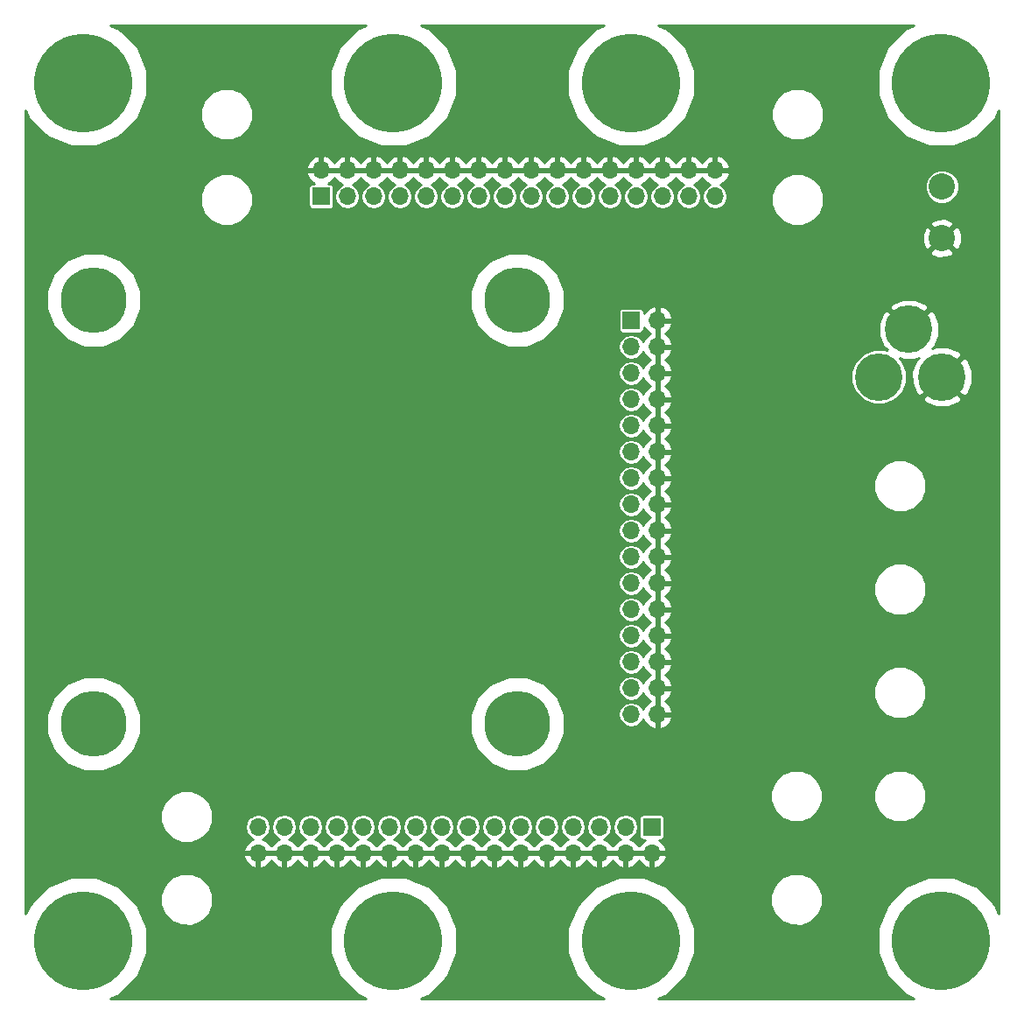
<source format=gbr>
G04 #@! TF.FileFunction,Copper,L2,Bot,Signal*
%FSLAX46Y46*%
G04 Gerber Fmt 4.6, Leading zero omitted, Abs format (unit mm)*
G04 Created by KiCad (PCBNEW (after 2015-mar-04 BZR unknown)-product) date 6/9/2017 2:58:02 PM*
%MOMM*%
G01*
G04 APERTURE LIST*
%ADD10C,0.150000*%
%ADD11C,9.525000*%
%ADD12C,6.350000*%
%ADD13C,2.540000*%
%ADD14C,4.600000*%
%ADD15R,1.700000X1.700000*%
%ADD16O,1.700000X1.700000*%
%ADD17C,0.254000*%
G04 APERTURE END LIST*
D10*
D11*
X16000000Y-16000000D03*
X99000000Y-16000000D03*
X16000000Y-99000000D03*
X99000000Y-99000000D03*
D12*
X17000000Y-37000000D03*
X58000000Y-37000000D03*
X17000000Y-78000000D03*
X58000000Y-78000000D03*
D13*
X99060000Y-26035000D03*
X99060000Y-31035000D03*
D14*
X99060000Y-44450000D03*
X92960000Y-44450000D03*
X95860000Y-39850000D03*
D11*
X69000000Y-99000000D03*
X69000000Y-16000000D03*
D15*
X69000000Y-39000000D03*
D16*
X71540000Y-39000000D03*
X69000000Y-41540000D03*
X71540000Y-41540000D03*
X69000000Y-44080000D03*
X71540000Y-44080000D03*
X69000000Y-46620000D03*
X71540000Y-46620000D03*
X69000000Y-49160000D03*
X71540000Y-49160000D03*
X69000000Y-51700000D03*
X71540000Y-51700000D03*
X69000000Y-54240000D03*
X71540000Y-54240000D03*
X69000000Y-56780000D03*
X71540000Y-56780000D03*
X69000000Y-59320000D03*
X71540000Y-59320000D03*
X69000000Y-61860000D03*
X71540000Y-61860000D03*
X69000000Y-64400000D03*
X71540000Y-64400000D03*
X69000000Y-66940000D03*
X71540000Y-66940000D03*
X69000000Y-69480000D03*
X71540000Y-69480000D03*
X69000000Y-72020000D03*
X71540000Y-72020000D03*
X69000000Y-74560000D03*
X71540000Y-74560000D03*
X69000000Y-77100000D03*
X71540000Y-77100000D03*
D15*
X39000000Y-27000000D03*
D16*
X39000000Y-24460000D03*
X41540000Y-27000000D03*
X41540000Y-24460000D03*
X44080000Y-27000000D03*
X44080000Y-24460000D03*
X46620000Y-27000000D03*
X46620000Y-24460000D03*
X49160000Y-27000000D03*
X49160000Y-24460000D03*
X51700000Y-27000000D03*
X51700000Y-24460000D03*
X54240000Y-27000000D03*
X54240000Y-24460000D03*
X56780000Y-27000000D03*
X56780000Y-24460000D03*
X59320000Y-27000000D03*
X59320000Y-24460000D03*
X61860000Y-27000000D03*
X61860000Y-24460000D03*
X64400000Y-27000000D03*
X64400000Y-24460000D03*
X66940000Y-27000000D03*
X66940000Y-24460000D03*
X69480000Y-27000000D03*
X69480000Y-24460000D03*
X72020000Y-27000000D03*
X72020000Y-24460000D03*
X74560000Y-27000000D03*
X74560000Y-24460000D03*
X77100000Y-27000000D03*
X77100000Y-24460000D03*
D15*
X71000000Y-88000000D03*
D16*
X71000000Y-90540000D03*
X68460000Y-88000000D03*
X68460000Y-90540000D03*
X65920000Y-88000000D03*
X65920000Y-90540000D03*
X63380000Y-88000000D03*
X63380000Y-90540000D03*
X60840000Y-88000000D03*
X60840000Y-90540000D03*
X58300000Y-88000000D03*
X58300000Y-90540000D03*
X55760000Y-88000000D03*
X55760000Y-90540000D03*
X53220000Y-88000000D03*
X53220000Y-90540000D03*
X50680000Y-88000000D03*
X50680000Y-90540000D03*
X48140000Y-88000000D03*
X48140000Y-90540000D03*
X45600000Y-88000000D03*
X45600000Y-90540000D03*
X43060000Y-88000000D03*
X43060000Y-90540000D03*
X40520000Y-88000000D03*
X40520000Y-90540000D03*
X37980000Y-88000000D03*
X37980000Y-90540000D03*
X35440000Y-88000000D03*
X35440000Y-90540000D03*
X32900000Y-88000000D03*
X32900000Y-90540000D03*
D11*
X46000000Y-99000000D03*
X46000000Y-16000000D03*
D17*
G36*
X104569000Y-96348473D02*
X104224815Y-95515482D01*
X102493632Y-93781275D01*
X101996843Y-93574990D01*
X101996843Y-45024464D01*
X101993127Y-43856855D01*
X101553451Y-42795383D01*
X101151553Y-42538052D01*
X100974261Y-42715344D01*
X100974261Y-31363964D01*
X100954436Y-30606368D01*
X100711286Y-30019352D01*
X100711286Y-25708037D01*
X100460466Y-25101005D01*
X99996437Y-24636166D01*
X99389845Y-24384287D01*
X98733037Y-24383714D01*
X98126005Y-24634534D01*
X97661166Y-25098563D01*
X97409287Y-25705155D01*
X97408714Y-26361963D01*
X97659534Y-26968995D01*
X98123563Y-27433834D01*
X98730155Y-27685713D01*
X99386963Y-27686286D01*
X99993995Y-27435466D01*
X100458834Y-26971437D01*
X100710713Y-26364845D01*
X100711286Y-25708037D01*
X100711286Y-30019352D01*
X100702657Y-29998520D01*
X100407777Y-29866828D01*
X100228172Y-30046433D01*
X100228172Y-29687223D01*
X100096480Y-29392343D01*
X99388964Y-29120739D01*
X98631368Y-29140564D01*
X98023520Y-29392343D01*
X97891828Y-29687223D01*
X99060000Y-30855395D01*
X100228172Y-29687223D01*
X100228172Y-30046433D01*
X99239605Y-31035000D01*
X100407777Y-32203172D01*
X100702657Y-32071480D01*
X100974261Y-31363964D01*
X100974261Y-42715344D01*
X100971948Y-42717657D01*
X100971948Y-42358447D01*
X100714617Y-41956549D01*
X100228172Y-41756868D01*
X100228172Y-32382777D01*
X99060000Y-31214605D01*
X98880395Y-31394210D01*
X98880395Y-31035000D01*
X97712223Y-29866828D01*
X97417343Y-29998520D01*
X97145739Y-30706036D01*
X97165564Y-31463632D01*
X97417343Y-32071480D01*
X97712223Y-32203172D01*
X98880395Y-31035000D01*
X98880395Y-31394210D01*
X97891828Y-32382777D01*
X98023520Y-32677657D01*
X98731036Y-32949261D01*
X99488632Y-32929436D01*
X100096480Y-32677657D01*
X100228172Y-32382777D01*
X100228172Y-41756868D01*
X99634464Y-41513157D01*
X98466855Y-41516873D01*
X98091461Y-41672365D01*
X98353451Y-41504617D01*
X98796843Y-40424464D01*
X98793127Y-39256855D01*
X98353451Y-38195383D01*
X97951553Y-37938052D01*
X97771948Y-38117657D01*
X97771948Y-37758447D01*
X97514617Y-37356549D01*
X96434464Y-36913157D01*
X95266855Y-36916873D01*
X94205383Y-37356549D01*
X93948052Y-37758447D01*
X95860000Y-39670395D01*
X97771948Y-37758447D01*
X97771948Y-38117657D01*
X96039605Y-39850000D01*
X96053747Y-39864142D01*
X95874142Y-40043747D01*
X95860000Y-40029605D01*
X95845857Y-40043747D01*
X95680395Y-39878285D01*
X95666252Y-39864142D01*
X95680395Y-39850000D01*
X93768447Y-37938052D01*
X93366549Y-38195383D01*
X92923157Y-39275536D01*
X92926873Y-40443145D01*
X93366549Y-41504617D01*
X93768445Y-41761946D01*
X93683084Y-41847307D01*
X93495623Y-41769466D01*
X92429056Y-41768536D01*
X91443319Y-42175833D01*
X90688484Y-42929353D01*
X90279466Y-43914377D01*
X90278536Y-44980944D01*
X90685833Y-45966681D01*
X91439353Y-46721516D01*
X92424377Y-47130534D01*
X93490944Y-47131464D01*
X94476681Y-46724167D01*
X95231516Y-45970647D01*
X95640534Y-44985623D01*
X95641464Y-43919056D01*
X95234167Y-42933319D01*
X94950765Y-42649423D01*
X95285536Y-42786843D01*
X96453145Y-42783127D01*
X96828538Y-42627634D01*
X96566549Y-42795383D01*
X96123157Y-43875536D01*
X96126873Y-45043145D01*
X96566549Y-46104617D01*
X96968447Y-46361948D01*
X98880395Y-44450000D01*
X98866252Y-44435857D01*
X99045857Y-44256252D01*
X99060000Y-44270395D01*
X100971948Y-42358447D01*
X100971948Y-42717657D01*
X99239605Y-44450000D01*
X101151553Y-46361948D01*
X101553451Y-46104617D01*
X101996843Y-45024464D01*
X101996843Y-93574990D01*
X100971948Y-93149416D01*
X100971948Y-46541553D01*
X99060000Y-44629605D01*
X97148052Y-46541553D01*
X97405383Y-46943451D01*
X98485536Y-47386843D01*
X99653145Y-47383127D01*
X100714617Y-46943451D01*
X100971948Y-46541553D01*
X100971948Y-93149416D01*
X100230575Y-92841571D01*
X97780175Y-92839433D01*
X97531438Y-92942209D01*
X97531438Y-84498762D01*
X97531438Y-74498762D01*
X97531438Y-64498762D01*
X97531438Y-54498762D01*
X97146928Y-53568177D01*
X96435568Y-52855574D01*
X95505656Y-52469441D01*
X94498762Y-52468562D01*
X93568177Y-52853072D01*
X92855574Y-53564432D01*
X92469441Y-54494344D01*
X92468562Y-55501238D01*
X92853072Y-56431823D01*
X93564432Y-57144426D01*
X94494344Y-57530559D01*
X95501238Y-57531438D01*
X96431823Y-57146928D01*
X97144426Y-56435568D01*
X97530559Y-55505656D01*
X97531438Y-54498762D01*
X97531438Y-64498762D01*
X97146928Y-63568177D01*
X96435568Y-62855574D01*
X95505656Y-62469441D01*
X94498762Y-62468562D01*
X93568177Y-62853072D01*
X92855574Y-63564432D01*
X92469441Y-64494344D01*
X92468562Y-65501238D01*
X92853072Y-66431823D01*
X93564432Y-67144426D01*
X94494344Y-67530559D01*
X95501238Y-67531438D01*
X96431823Y-67146928D01*
X97144426Y-66435568D01*
X97530559Y-65505656D01*
X97531438Y-64498762D01*
X97531438Y-74498762D01*
X97146928Y-73568177D01*
X96435568Y-72855574D01*
X95505656Y-72469441D01*
X94498762Y-72468562D01*
X93568177Y-72853072D01*
X92855574Y-73564432D01*
X92469441Y-74494344D01*
X92468562Y-75501238D01*
X92853072Y-76431823D01*
X93564432Y-77144426D01*
X94494344Y-77530559D01*
X95501238Y-77531438D01*
X96431823Y-77146928D01*
X97144426Y-76435568D01*
X97530559Y-75505656D01*
X97531438Y-74498762D01*
X97531438Y-84498762D01*
X97146928Y-83568177D01*
X96435568Y-82855574D01*
X95505656Y-82469441D01*
X94498762Y-82468562D01*
X93568177Y-82853072D01*
X92855574Y-83564432D01*
X92469441Y-84494344D01*
X92468562Y-85501238D01*
X92853072Y-86431823D01*
X93564432Y-87144426D01*
X94494344Y-87530559D01*
X95501238Y-87531438D01*
X96431823Y-87146928D01*
X97144426Y-86435568D01*
X97530559Y-85505656D01*
X97531438Y-84498762D01*
X97531438Y-92942209D01*
X95515482Y-93775185D01*
X93781275Y-95506368D01*
X92841571Y-97769425D01*
X92839433Y-100219825D01*
X93775185Y-102484518D01*
X95506368Y-104218725D01*
X96349923Y-104569000D01*
X87621438Y-104569000D01*
X87621438Y-26803762D01*
X87621438Y-18548762D01*
X87236928Y-17618177D01*
X86525568Y-16905574D01*
X85595656Y-16519441D01*
X84588762Y-16518562D01*
X83658177Y-16903072D01*
X82945574Y-17614432D01*
X82559441Y-18544344D01*
X82558562Y-19551238D01*
X82943072Y-20481823D01*
X83654432Y-21194426D01*
X84584344Y-21580559D01*
X85591238Y-21581438D01*
X86521823Y-21196928D01*
X87234426Y-20485568D01*
X87620559Y-19555656D01*
X87621438Y-18548762D01*
X87621438Y-26803762D01*
X87236928Y-25873177D01*
X86525568Y-25160574D01*
X85595656Y-24774441D01*
X84588762Y-24773562D01*
X83658177Y-25158072D01*
X82945574Y-25869432D01*
X82559441Y-26799344D01*
X82558562Y-27806238D01*
X82943072Y-28736823D01*
X83654432Y-29449426D01*
X84584344Y-29835559D01*
X85591238Y-29836438D01*
X86521823Y-29451928D01*
X87234426Y-28740568D01*
X87620559Y-27810656D01*
X87621438Y-26803762D01*
X87621438Y-104569000D01*
X87531438Y-104569000D01*
X87531438Y-94498762D01*
X87531438Y-84498762D01*
X87146928Y-83568177D01*
X86435568Y-82855574D01*
X85505656Y-82469441D01*
X84498762Y-82468562D01*
X83568177Y-82853072D01*
X82855574Y-83564432D01*
X82469441Y-84494344D01*
X82468562Y-85501238D01*
X82853072Y-86431823D01*
X83564432Y-87144426D01*
X84494344Y-87530559D01*
X85501238Y-87531438D01*
X86431823Y-87146928D01*
X87144426Y-86435568D01*
X87530559Y-85505656D01*
X87531438Y-84498762D01*
X87531438Y-94498762D01*
X87146928Y-93568177D01*
X86435568Y-92855574D01*
X85505656Y-92469441D01*
X84498762Y-92468562D01*
X83568177Y-92853072D01*
X82855574Y-93564432D01*
X82469441Y-94494344D01*
X82468562Y-95501238D01*
X82853072Y-96431823D01*
X83564432Y-97144426D01*
X84494344Y-97530559D01*
X85501238Y-97531438D01*
X86431823Y-97146928D01*
X87144426Y-96435568D01*
X87530559Y-95505656D01*
X87531438Y-94498762D01*
X87531438Y-104569000D01*
X78541486Y-104569000D01*
X78541486Y-24816892D01*
X78541486Y-24103108D01*
X78295183Y-23578642D01*
X77866924Y-23188355D01*
X77456890Y-23018524D01*
X77227000Y-23139845D01*
X77227000Y-24333000D01*
X78420819Y-24333000D01*
X78541486Y-24103108D01*
X78541486Y-24816892D01*
X78420819Y-24587000D01*
X77227000Y-24587000D01*
X77227000Y-24607000D01*
X76973000Y-24607000D01*
X76973000Y-24587000D01*
X76973000Y-24333000D01*
X76973000Y-23139845D01*
X76743110Y-23018524D01*
X76333076Y-23188355D01*
X75904817Y-23578642D01*
X75830000Y-23737953D01*
X75755183Y-23578642D01*
X75326924Y-23188355D01*
X74916890Y-23018524D01*
X74687000Y-23139845D01*
X74687000Y-24333000D01*
X75779181Y-24333000D01*
X75880819Y-24333000D01*
X76973000Y-24333000D01*
X76973000Y-24587000D01*
X75880819Y-24587000D01*
X75779181Y-24587000D01*
X74687000Y-24587000D01*
X74687000Y-24607000D01*
X74433000Y-24607000D01*
X74433000Y-24587000D01*
X74433000Y-24333000D01*
X74433000Y-23139845D01*
X74203110Y-23018524D01*
X73793076Y-23188355D01*
X73364817Y-23578642D01*
X73290000Y-23737953D01*
X73215183Y-23578642D01*
X72786924Y-23188355D01*
X72376890Y-23018524D01*
X72147000Y-23139845D01*
X72147000Y-24333000D01*
X73239181Y-24333000D01*
X73340819Y-24333000D01*
X74433000Y-24333000D01*
X74433000Y-24587000D01*
X73340819Y-24587000D01*
X73239181Y-24587000D01*
X72147000Y-24587000D01*
X72147000Y-24607000D01*
X71893000Y-24607000D01*
X71893000Y-24587000D01*
X71893000Y-24333000D01*
X71893000Y-23139845D01*
X71663110Y-23018524D01*
X71253076Y-23188355D01*
X70824817Y-23578642D01*
X70750000Y-23737953D01*
X70675183Y-23578642D01*
X70246924Y-23188355D01*
X69836890Y-23018524D01*
X69607000Y-23139845D01*
X69607000Y-24333000D01*
X70699181Y-24333000D01*
X70800819Y-24333000D01*
X71893000Y-24333000D01*
X71893000Y-24587000D01*
X70800819Y-24587000D01*
X70699181Y-24587000D01*
X69607000Y-24587000D01*
X69607000Y-24607000D01*
X69353000Y-24607000D01*
X69353000Y-24587000D01*
X69353000Y-24333000D01*
X69353000Y-23139845D01*
X69123110Y-23018524D01*
X68713076Y-23188355D01*
X68284817Y-23578642D01*
X68210000Y-23737953D01*
X68135183Y-23578642D01*
X67706924Y-23188355D01*
X67296890Y-23018524D01*
X67067000Y-23139845D01*
X67067000Y-24333000D01*
X68159181Y-24333000D01*
X68260819Y-24333000D01*
X69353000Y-24333000D01*
X69353000Y-24587000D01*
X68260819Y-24587000D01*
X68159181Y-24587000D01*
X67067000Y-24587000D01*
X67067000Y-24607000D01*
X66813000Y-24607000D01*
X66813000Y-24587000D01*
X66813000Y-24333000D01*
X66813000Y-23139845D01*
X66583110Y-23018524D01*
X66173076Y-23188355D01*
X65744817Y-23578642D01*
X65670000Y-23737953D01*
X65595183Y-23578642D01*
X65166924Y-23188355D01*
X64756890Y-23018524D01*
X64527000Y-23139845D01*
X64527000Y-24333000D01*
X65619181Y-24333000D01*
X65720819Y-24333000D01*
X66813000Y-24333000D01*
X66813000Y-24587000D01*
X65720819Y-24587000D01*
X65619181Y-24587000D01*
X64527000Y-24587000D01*
X64527000Y-24607000D01*
X64273000Y-24607000D01*
X64273000Y-24587000D01*
X64273000Y-24333000D01*
X64273000Y-23139845D01*
X64043110Y-23018524D01*
X63633076Y-23188355D01*
X63204817Y-23578642D01*
X63130000Y-23737953D01*
X63055183Y-23578642D01*
X62626924Y-23188355D01*
X62216890Y-23018524D01*
X61987000Y-23139845D01*
X61987000Y-24333000D01*
X63079181Y-24333000D01*
X63180819Y-24333000D01*
X64273000Y-24333000D01*
X64273000Y-24587000D01*
X63180819Y-24587000D01*
X63079181Y-24587000D01*
X61987000Y-24587000D01*
X61987000Y-24607000D01*
X61733000Y-24607000D01*
X61733000Y-24587000D01*
X61733000Y-24333000D01*
X61733000Y-23139845D01*
X61503110Y-23018524D01*
X61093076Y-23188355D01*
X60664817Y-23578642D01*
X60590000Y-23737953D01*
X60515183Y-23578642D01*
X60086924Y-23188355D01*
X59676890Y-23018524D01*
X59447000Y-23139845D01*
X59447000Y-24333000D01*
X60539181Y-24333000D01*
X60640819Y-24333000D01*
X61733000Y-24333000D01*
X61733000Y-24587000D01*
X60640819Y-24587000D01*
X60539181Y-24587000D01*
X59447000Y-24587000D01*
X59447000Y-24607000D01*
X59193000Y-24607000D01*
X59193000Y-24587000D01*
X59193000Y-24333000D01*
X59193000Y-23139845D01*
X58963110Y-23018524D01*
X58553076Y-23188355D01*
X58124817Y-23578642D01*
X58050000Y-23737953D01*
X57975183Y-23578642D01*
X57546924Y-23188355D01*
X57136890Y-23018524D01*
X56907000Y-23139845D01*
X56907000Y-24333000D01*
X57999181Y-24333000D01*
X58100819Y-24333000D01*
X59193000Y-24333000D01*
X59193000Y-24587000D01*
X58100819Y-24587000D01*
X57999181Y-24587000D01*
X56907000Y-24587000D01*
X56907000Y-24607000D01*
X56653000Y-24607000D01*
X56653000Y-24587000D01*
X56653000Y-24333000D01*
X56653000Y-23139845D01*
X56423110Y-23018524D01*
X56013076Y-23188355D01*
X55584817Y-23578642D01*
X55510000Y-23737953D01*
X55435183Y-23578642D01*
X55006924Y-23188355D01*
X54596890Y-23018524D01*
X54367000Y-23139845D01*
X54367000Y-24333000D01*
X55459181Y-24333000D01*
X55560819Y-24333000D01*
X56653000Y-24333000D01*
X56653000Y-24587000D01*
X55560819Y-24587000D01*
X55459181Y-24587000D01*
X54367000Y-24587000D01*
X54367000Y-24607000D01*
X54113000Y-24607000D01*
X54113000Y-24587000D01*
X54113000Y-24333000D01*
X54113000Y-23139845D01*
X53883110Y-23018524D01*
X53473076Y-23188355D01*
X53044817Y-23578642D01*
X52970000Y-23737953D01*
X52895183Y-23578642D01*
X52466924Y-23188355D01*
X52056890Y-23018524D01*
X51827000Y-23139845D01*
X51827000Y-24333000D01*
X52919181Y-24333000D01*
X53020819Y-24333000D01*
X54113000Y-24333000D01*
X54113000Y-24587000D01*
X53020819Y-24587000D01*
X52919181Y-24587000D01*
X51827000Y-24587000D01*
X51827000Y-24607000D01*
X51573000Y-24607000D01*
X51573000Y-24587000D01*
X51573000Y-24333000D01*
X51573000Y-23139845D01*
X51343110Y-23018524D01*
X50933076Y-23188355D01*
X50504817Y-23578642D01*
X50430000Y-23737953D01*
X50355183Y-23578642D01*
X49926924Y-23188355D01*
X49516890Y-23018524D01*
X49287000Y-23139845D01*
X49287000Y-24333000D01*
X50379181Y-24333000D01*
X50480819Y-24333000D01*
X51573000Y-24333000D01*
X51573000Y-24587000D01*
X50480819Y-24587000D01*
X50379181Y-24587000D01*
X49287000Y-24587000D01*
X49287000Y-24607000D01*
X49033000Y-24607000D01*
X49033000Y-24587000D01*
X49033000Y-24333000D01*
X49033000Y-23139845D01*
X48803110Y-23018524D01*
X48393076Y-23188355D01*
X47964817Y-23578642D01*
X47890000Y-23737953D01*
X47815183Y-23578642D01*
X47386924Y-23188355D01*
X46976890Y-23018524D01*
X46747000Y-23139845D01*
X46747000Y-24333000D01*
X47839181Y-24333000D01*
X47940819Y-24333000D01*
X49033000Y-24333000D01*
X49033000Y-24587000D01*
X47940819Y-24587000D01*
X47839181Y-24587000D01*
X46747000Y-24587000D01*
X46747000Y-24607000D01*
X46493000Y-24607000D01*
X46493000Y-24587000D01*
X46493000Y-24333000D01*
X46493000Y-23139845D01*
X46263110Y-23018524D01*
X45853076Y-23188355D01*
X45424817Y-23578642D01*
X45350000Y-23737953D01*
X45275183Y-23578642D01*
X44846924Y-23188355D01*
X44436890Y-23018524D01*
X44207000Y-23139845D01*
X44207000Y-24333000D01*
X45299181Y-24333000D01*
X45400819Y-24333000D01*
X46493000Y-24333000D01*
X46493000Y-24587000D01*
X45400819Y-24587000D01*
X45299181Y-24587000D01*
X44207000Y-24587000D01*
X44207000Y-24607000D01*
X43953000Y-24607000D01*
X43953000Y-24587000D01*
X43953000Y-24333000D01*
X43953000Y-23139845D01*
X43723110Y-23018524D01*
X43313076Y-23188355D01*
X42884817Y-23578642D01*
X42810000Y-23737953D01*
X42735183Y-23578642D01*
X42306924Y-23188355D01*
X41896890Y-23018524D01*
X41667000Y-23139845D01*
X41667000Y-24333000D01*
X42759181Y-24333000D01*
X42860819Y-24333000D01*
X43953000Y-24333000D01*
X43953000Y-24587000D01*
X42860819Y-24587000D01*
X42759181Y-24587000D01*
X41667000Y-24587000D01*
X41667000Y-24607000D01*
X41413000Y-24607000D01*
X41413000Y-24587000D01*
X41413000Y-24333000D01*
X41413000Y-23139845D01*
X41183110Y-23018524D01*
X40773076Y-23188355D01*
X40344817Y-23578642D01*
X40270000Y-23737953D01*
X40195183Y-23578642D01*
X39766924Y-23188355D01*
X39356890Y-23018524D01*
X39127000Y-23139845D01*
X39127000Y-24333000D01*
X40219181Y-24333000D01*
X40320819Y-24333000D01*
X41413000Y-24333000D01*
X41413000Y-24587000D01*
X40320819Y-24587000D01*
X40219181Y-24587000D01*
X39127000Y-24587000D01*
X39127000Y-24607000D01*
X38873000Y-24607000D01*
X38873000Y-24587000D01*
X38873000Y-24333000D01*
X38873000Y-23139845D01*
X38643110Y-23018524D01*
X38233076Y-23188355D01*
X37804817Y-23578642D01*
X37558514Y-24103108D01*
X37679181Y-24333000D01*
X38873000Y-24333000D01*
X38873000Y-24587000D01*
X37679181Y-24587000D01*
X37558514Y-24816892D01*
X37804817Y-25341358D01*
X38233076Y-25731645D01*
X38305243Y-25761536D01*
X38150000Y-25761536D01*
X38004726Y-25789722D01*
X37877044Y-25873596D01*
X37791574Y-26000216D01*
X37761536Y-26150000D01*
X37761536Y-27850000D01*
X37789722Y-27995274D01*
X37873596Y-28122956D01*
X38000216Y-28208426D01*
X38150000Y-28238464D01*
X39850000Y-28238464D01*
X39995274Y-28210278D01*
X40122956Y-28126404D01*
X40208426Y-27999784D01*
X40238464Y-27850000D01*
X40238464Y-26150000D01*
X40210278Y-26004726D01*
X40126404Y-25877044D01*
X39999784Y-25791574D01*
X39850000Y-25761536D01*
X39694756Y-25761536D01*
X39766924Y-25731645D01*
X40195183Y-25341358D01*
X40270000Y-25182046D01*
X40344817Y-25341358D01*
X40773076Y-25731645D01*
X41054511Y-25848212D01*
X40669552Y-26105435D01*
X40402704Y-26504800D01*
X40309000Y-26975883D01*
X40309000Y-27024117D01*
X40402704Y-27495200D01*
X40669552Y-27894565D01*
X41068917Y-28161413D01*
X41540000Y-28255117D01*
X42011083Y-28161413D01*
X42410448Y-27894565D01*
X42677296Y-27495200D01*
X42771000Y-27024117D01*
X42771000Y-26975883D01*
X42677296Y-26504800D01*
X42410448Y-26105435D01*
X42025488Y-25848212D01*
X42306924Y-25731645D01*
X42735183Y-25341358D01*
X42810000Y-25182046D01*
X42884817Y-25341358D01*
X43313076Y-25731645D01*
X43594511Y-25848212D01*
X43209552Y-26105435D01*
X42942704Y-26504800D01*
X42849000Y-26975883D01*
X42849000Y-27024117D01*
X42942704Y-27495200D01*
X43209552Y-27894565D01*
X43608917Y-28161413D01*
X44080000Y-28255117D01*
X44551083Y-28161413D01*
X44950448Y-27894565D01*
X45217296Y-27495200D01*
X45311000Y-27024117D01*
X45311000Y-26975883D01*
X45217296Y-26504800D01*
X44950448Y-26105435D01*
X44565488Y-25848212D01*
X44846924Y-25731645D01*
X45275183Y-25341358D01*
X45350000Y-25182046D01*
X45424817Y-25341358D01*
X45853076Y-25731645D01*
X46134511Y-25848212D01*
X45749552Y-26105435D01*
X45482704Y-26504800D01*
X45389000Y-26975883D01*
X45389000Y-27024117D01*
X45482704Y-27495200D01*
X45749552Y-27894565D01*
X46148917Y-28161413D01*
X46620000Y-28255117D01*
X47091083Y-28161413D01*
X47490448Y-27894565D01*
X47757296Y-27495200D01*
X47851000Y-27024117D01*
X47851000Y-26975883D01*
X47757296Y-26504800D01*
X47490448Y-26105435D01*
X47105488Y-25848212D01*
X47386924Y-25731645D01*
X47815183Y-25341358D01*
X47890000Y-25182046D01*
X47964817Y-25341358D01*
X48393076Y-25731645D01*
X48674511Y-25848212D01*
X48289552Y-26105435D01*
X48022704Y-26504800D01*
X47929000Y-26975883D01*
X47929000Y-27024117D01*
X48022704Y-27495200D01*
X48289552Y-27894565D01*
X48688917Y-28161413D01*
X49160000Y-28255117D01*
X49631083Y-28161413D01*
X50030448Y-27894565D01*
X50297296Y-27495200D01*
X50391000Y-27024117D01*
X50391000Y-26975883D01*
X50297296Y-26504800D01*
X50030448Y-26105435D01*
X49645488Y-25848212D01*
X49926924Y-25731645D01*
X50355183Y-25341358D01*
X50430000Y-25182046D01*
X50504817Y-25341358D01*
X50933076Y-25731645D01*
X51214511Y-25848212D01*
X50829552Y-26105435D01*
X50562704Y-26504800D01*
X50469000Y-26975883D01*
X50469000Y-27024117D01*
X50562704Y-27495200D01*
X50829552Y-27894565D01*
X51228917Y-28161413D01*
X51700000Y-28255117D01*
X52171083Y-28161413D01*
X52570448Y-27894565D01*
X52837296Y-27495200D01*
X52931000Y-27024117D01*
X52931000Y-26975883D01*
X52837296Y-26504800D01*
X52570448Y-26105435D01*
X52185488Y-25848212D01*
X52466924Y-25731645D01*
X52895183Y-25341358D01*
X52970000Y-25182046D01*
X53044817Y-25341358D01*
X53473076Y-25731645D01*
X53754511Y-25848212D01*
X53369552Y-26105435D01*
X53102704Y-26504800D01*
X53009000Y-26975883D01*
X53009000Y-27024117D01*
X53102704Y-27495200D01*
X53369552Y-27894565D01*
X53768917Y-28161413D01*
X54240000Y-28255117D01*
X54711083Y-28161413D01*
X55110448Y-27894565D01*
X55377296Y-27495200D01*
X55471000Y-27024117D01*
X55471000Y-26975883D01*
X55377296Y-26504800D01*
X55110448Y-26105435D01*
X54725488Y-25848212D01*
X55006924Y-25731645D01*
X55435183Y-25341358D01*
X55510000Y-25182046D01*
X55584817Y-25341358D01*
X56013076Y-25731645D01*
X56294511Y-25848212D01*
X55909552Y-26105435D01*
X55642704Y-26504800D01*
X55549000Y-26975883D01*
X55549000Y-27024117D01*
X55642704Y-27495200D01*
X55909552Y-27894565D01*
X56308917Y-28161413D01*
X56780000Y-28255117D01*
X57251083Y-28161413D01*
X57650448Y-27894565D01*
X57917296Y-27495200D01*
X58011000Y-27024117D01*
X58011000Y-26975883D01*
X57917296Y-26504800D01*
X57650448Y-26105435D01*
X57265488Y-25848212D01*
X57546924Y-25731645D01*
X57975183Y-25341358D01*
X58050000Y-25182046D01*
X58124817Y-25341358D01*
X58553076Y-25731645D01*
X58834511Y-25848212D01*
X58449552Y-26105435D01*
X58182704Y-26504800D01*
X58089000Y-26975883D01*
X58089000Y-27024117D01*
X58182704Y-27495200D01*
X58449552Y-27894565D01*
X58848917Y-28161413D01*
X59320000Y-28255117D01*
X59791083Y-28161413D01*
X60190448Y-27894565D01*
X60457296Y-27495200D01*
X60551000Y-27024117D01*
X60551000Y-26975883D01*
X60457296Y-26504800D01*
X60190448Y-26105435D01*
X59805488Y-25848212D01*
X60086924Y-25731645D01*
X60515183Y-25341358D01*
X60590000Y-25182046D01*
X60664817Y-25341358D01*
X61093076Y-25731645D01*
X61374511Y-25848212D01*
X60989552Y-26105435D01*
X60722704Y-26504800D01*
X60629000Y-26975883D01*
X60629000Y-27024117D01*
X60722704Y-27495200D01*
X60989552Y-27894565D01*
X61388917Y-28161413D01*
X61860000Y-28255117D01*
X62331083Y-28161413D01*
X62730448Y-27894565D01*
X62997296Y-27495200D01*
X63091000Y-27024117D01*
X63091000Y-26975883D01*
X62997296Y-26504800D01*
X62730448Y-26105435D01*
X62345488Y-25848212D01*
X62626924Y-25731645D01*
X63055183Y-25341358D01*
X63130000Y-25182046D01*
X63204817Y-25341358D01*
X63633076Y-25731645D01*
X63914511Y-25848212D01*
X63529552Y-26105435D01*
X63262704Y-26504800D01*
X63169000Y-26975883D01*
X63169000Y-27024117D01*
X63262704Y-27495200D01*
X63529552Y-27894565D01*
X63928917Y-28161413D01*
X64400000Y-28255117D01*
X64871083Y-28161413D01*
X65270448Y-27894565D01*
X65537296Y-27495200D01*
X65631000Y-27024117D01*
X65631000Y-26975883D01*
X65537296Y-26504800D01*
X65270448Y-26105435D01*
X64885488Y-25848212D01*
X65166924Y-25731645D01*
X65595183Y-25341358D01*
X65670000Y-25182046D01*
X65744817Y-25341358D01*
X66173076Y-25731645D01*
X66454511Y-25848212D01*
X66069552Y-26105435D01*
X65802704Y-26504800D01*
X65709000Y-26975883D01*
X65709000Y-27024117D01*
X65802704Y-27495200D01*
X66069552Y-27894565D01*
X66468917Y-28161413D01*
X66940000Y-28255117D01*
X67411083Y-28161413D01*
X67810448Y-27894565D01*
X68077296Y-27495200D01*
X68171000Y-27024117D01*
X68171000Y-26975883D01*
X68077296Y-26504800D01*
X67810448Y-26105435D01*
X67425488Y-25848212D01*
X67706924Y-25731645D01*
X68135183Y-25341358D01*
X68210000Y-25182046D01*
X68284817Y-25341358D01*
X68713076Y-25731645D01*
X68994511Y-25848212D01*
X68609552Y-26105435D01*
X68342704Y-26504800D01*
X68249000Y-26975883D01*
X68249000Y-27024117D01*
X68342704Y-27495200D01*
X68609552Y-27894565D01*
X69008917Y-28161413D01*
X69480000Y-28255117D01*
X69951083Y-28161413D01*
X70350448Y-27894565D01*
X70617296Y-27495200D01*
X70711000Y-27024117D01*
X70711000Y-26975883D01*
X70617296Y-26504800D01*
X70350448Y-26105435D01*
X69965488Y-25848212D01*
X70246924Y-25731645D01*
X70675183Y-25341358D01*
X70750000Y-25182046D01*
X70824817Y-25341358D01*
X71253076Y-25731645D01*
X71534511Y-25848212D01*
X71149552Y-26105435D01*
X70882704Y-26504800D01*
X70789000Y-26975883D01*
X70789000Y-27024117D01*
X70882704Y-27495200D01*
X71149552Y-27894565D01*
X71548917Y-28161413D01*
X72020000Y-28255117D01*
X72491083Y-28161413D01*
X72890448Y-27894565D01*
X73157296Y-27495200D01*
X73251000Y-27024117D01*
X73251000Y-26975883D01*
X73157296Y-26504800D01*
X72890448Y-26105435D01*
X72505488Y-25848212D01*
X72786924Y-25731645D01*
X73215183Y-25341358D01*
X73290000Y-25182046D01*
X73364817Y-25341358D01*
X73793076Y-25731645D01*
X74074511Y-25848212D01*
X73689552Y-26105435D01*
X73422704Y-26504800D01*
X73329000Y-26975883D01*
X73329000Y-27024117D01*
X73422704Y-27495200D01*
X73689552Y-27894565D01*
X74088917Y-28161413D01*
X74560000Y-28255117D01*
X75031083Y-28161413D01*
X75430448Y-27894565D01*
X75697296Y-27495200D01*
X75791000Y-27024117D01*
X75791000Y-26975883D01*
X75697296Y-26504800D01*
X75430448Y-26105435D01*
X75045488Y-25848212D01*
X75326924Y-25731645D01*
X75755183Y-25341358D01*
X75830000Y-25182046D01*
X75904817Y-25341358D01*
X76333076Y-25731645D01*
X76614511Y-25848212D01*
X76229552Y-26105435D01*
X75962704Y-26504800D01*
X75869000Y-26975883D01*
X75869000Y-27024117D01*
X75962704Y-27495200D01*
X76229552Y-27894565D01*
X76628917Y-28161413D01*
X77100000Y-28255117D01*
X77571083Y-28161413D01*
X77970448Y-27894565D01*
X78237296Y-27495200D01*
X78331000Y-27024117D01*
X78331000Y-26975883D01*
X78237296Y-26504800D01*
X77970448Y-26105435D01*
X77585488Y-25848212D01*
X77866924Y-25731645D01*
X78295183Y-25341358D01*
X78541486Y-24816892D01*
X78541486Y-104569000D01*
X71651526Y-104569000D01*
X72484518Y-104224815D01*
X74218725Y-102493632D01*
X75158429Y-100230575D01*
X75160567Y-97780175D01*
X74224815Y-95515482D01*
X72981476Y-94269971D01*
X72981476Y-77456890D01*
X72981476Y-76743110D01*
X72811645Y-76333076D01*
X72421358Y-75904817D01*
X72262046Y-75830000D01*
X72421358Y-75755183D01*
X72811645Y-75326924D01*
X72981476Y-74916890D01*
X72981476Y-74203110D01*
X72811645Y-73793076D01*
X72421358Y-73364817D01*
X72262046Y-73290000D01*
X72421358Y-73215183D01*
X72811645Y-72786924D01*
X72981476Y-72376890D01*
X72981476Y-71663110D01*
X72811645Y-71253076D01*
X72421358Y-70824817D01*
X72262046Y-70750000D01*
X72421358Y-70675183D01*
X72811645Y-70246924D01*
X72981476Y-69836890D01*
X72981476Y-69123110D01*
X72811645Y-68713076D01*
X72421358Y-68284817D01*
X72262046Y-68210000D01*
X72421358Y-68135183D01*
X72811645Y-67706924D01*
X72981476Y-67296890D01*
X72981476Y-66583110D01*
X72811645Y-66173076D01*
X72421358Y-65744817D01*
X72262046Y-65670000D01*
X72421358Y-65595183D01*
X72811645Y-65166924D01*
X72981476Y-64756890D01*
X72981476Y-64043110D01*
X72811645Y-63633076D01*
X72421358Y-63204817D01*
X72262046Y-63130000D01*
X72421358Y-63055183D01*
X72811645Y-62626924D01*
X72981476Y-62216890D01*
X72981476Y-61503110D01*
X72811645Y-61093076D01*
X72421358Y-60664817D01*
X72262046Y-60590000D01*
X72421358Y-60515183D01*
X72811645Y-60086924D01*
X72981476Y-59676890D01*
X72981476Y-58963110D01*
X72811645Y-58553076D01*
X72421358Y-58124817D01*
X72262046Y-58050000D01*
X72421358Y-57975183D01*
X72811645Y-57546924D01*
X72981476Y-57136890D01*
X72981476Y-56423110D01*
X72811645Y-56013076D01*
X72421358Y-55584817D01*
X72262046Y-55510000D01*
X72421358Y-55435183D01*
X72811645Y-55006924D01*
X72981476Y-54596890D01*
X72981476Y-53883110D01*
X72811645Y-53473076D01*
X72421358Y-53044817D01*
X72262046Y-52970000D01*
X72421358Y-52895183D01*
X72811645Y-52466924D01*
X72981476Y-52056890D01*
X72981476Y-51343110D01*
X72811645Y-50933076D01*
X72421358Y-50504817D01*
X72262046Y-50430000D01*
X72421358Y-50355183D01*
X72811645Y-49926924D01*
X72981476Y-49516890D01*
X72981476Y-48803110D01*
X72811645Y-48393076D01*
X72421358Y-47964817D01*
X72262046Y-47890000D01*
X72421358Y-47815183D01*
X72811645Y-47386924D01*
X72981476Y-46976890D01*
X72981476Y-46263110D01*
X72811645Y-45853076D01*
X72421358Y-45424817D01*
X72262046Y-45350000D01*
X72421358Y-45275183D01*
X72811645Y-44846924D01*
X72981476Y-44436890D01*
X72981476Y-43723110D01*
X72811645Y-43313076D01*
X72421358Y-42884817D01*
X72262046Y-42810000D01*
X72421358Y-42735183D01*
X72811645Y-42306924D01*
X72981476Y-41896890D01*
X72981476Y-41183110D01*
X72811645Y-40773076D01*
X72421358Y-40344817D01*
X72262046Y-40270000D01*
X72421358Y-40195183D01*
X72811645Y-39766924D01*
X72981476Y-39356890D01*
X72981476Y-38643110D01*
X72811645Y-38233076D01*
X72421358Y-37804817D01*
X71896892Y-37558514D01*
X71667000Y-37679181D01*
X71667000Y-38873000D01*
X72860155Y-38873000D01*
X72981476Y-38643110D01*
X72981476Y-39356890D01*
X72860155Y-39127000D01*
X71667000Y-39127000D01*
X71667000Y-40219181D01*
X71667000Y-40320819D01*
X71667000Y-41413000D01*
X72860155Y-41413000D01*
X72981476Y-41183110D01*
X72981476Y-41896890D01*
X72860155Y-41667000D01*
X71667000Y-41667000D01*
X71667000Y-42759181D01*
X71667000Y-42860819D01*
X71667000Y-43953000D01*
X72860155Y-43953000D01*
X72981476Y-43723110D01*
X72981476Y-44436890D01*
X72860155Y-44207000D01*
X71667000Y-44207000D01*
X71667000Y-45299181D01*
X71667000Y-45400819D01*
X71667000Y-46493000D01*
X72860155Y-46493000D01*
X72981476Y-46263110D01*
X72981476Y-46976890D01*
X72860155Y-46747000D01*
X71667000Y-46747000D01*
X71667000Y-47839181D01*
X71667000Y-47940819D01*
X71667000Y-49033000D01*
X72860155Y-49033000D01*
X72981476Y-48803110D01*
X72981476Y-49516890D01*
X72860155Y-49287000D01*
X71667000Y-49287000D01*
X71667000Y-50379181D01*
X71667000Y-50480819D01*
X71667000Y-51573000D01*
X72860155Y-51573000D01*
X72981476Y-51343110D01*
X72981476Y-52056890D01*
X72860155Y-51827000D01*
X71667000Y-51827000D01*
X71667000Y-52919181D01*
X71667000Y-53020819D01*
X71667000Y-54113000D01*
X72860155Y-54113000D01*
X72981476Y-53883110D01*
X72981476Y-54596890D01*
X72860155Y-54367000D01*
X71667000Y-54367000D01*
X71667000Y-55459181D01*
X71667000Y-55560819D01*
X71667000Y-56653000D01*
X72860155Y-56653000D01*
X72981476Y-56423110D01*
X72981476Y-57136890D01*
X72860155Y-56907000D01*
X71667000Y-56907000D01*
X71667000Y-57999181D01*
X71667000Y-58100819D01*
X71667000Y-59193000D01*
X72860155Y-59193000D01*
X72981476Y-58963110D01*
X72981476Y-59676890D01*
X72860155Y-59447000D01*
X71667000Y-59447000D01*
X71667000Y-60539181D01*
X71667000Y-60640819D01*
X71667000Y-61733000D01*
X72860155Y-61733000D01*
X72981476Y-61503110D01*
X72981476Y-62216890D01*
X72860155Y-61987000D01*
X71667000Y-61987000D01*
X71667000Y-63079181D01*
X71667000Y-63180819D01*
X71667000Y-64273000D01*
X72860155Y-64273000D01*
X72981476Y-64043110D01*
X72981476Y-64756890D01*
X72860155Y-64527000D01*
X71667000Y-64527000D01*
X71667000Y-65619181D01*
X71667000Y-65720819D01*
X71667000Y-66813000D01*
X72860155Y-66813000D01*
X72981476Y-66583110D01*
X72981476Y-67296890D01*
X72860155Y-67067000D01*
X71667000Y-67067000D01*
X71667000Y-68159181D01*
X71667000Y-68260819D01*
X71667000Y-69353000D01*
X72860155Y-69353000D01*
X72981476Y-69123110D01*
X72981476Y-69836890D01*
X72860155Y-69607000D01*
X71667000Y-69607000D01*
X71667000Y-70699181D01*
X71667000Y-70800819D01*
X71667000Y-71893000D01*
X72860155Y-71893000D01*
X72981476Y-71663110D01*
X72981476Y-72376890D01*
X72860155Y-72147000D01*
X71667000Y-72147000D01*
X71667000Y-73239181D01*
X71667000Y-73340819D01*
X71667000Y-74433000D01*
X72860155Y-74433000D01*
X72981476Y-74203110D01*
X72981476Y-74916890D01*
X72860155Y-74687000D01*
X71667000Y-74687000D01*
X71667000Y-75779181D01*
X71667000Y-75880819D01*
X71667000Y-76973000D01*
X72860155Y-76973000D01*
X72981476Y-76743110D01*
X72981476Y-77456890D01*
X72860155Y-77227000D01*
X71667000Y-77227000D01*
X71667000Y-78420819D01*
X71896892Y-78541486D01*
X72421358Y-78295183D01*
X72811645Y-77866924D01*
X72981476Y-77456890D01*
X72981476Y-94269971D01*
X72493632Y-93781275D01*
X72441486Y-93759622D01*
X72441486Y-90896892D01*
X72441486Y-90183108D01*
X72195183Y-89658642D01*
X71766924Y-89268355D01*
X71694756Y-89238464D01*
X71850000Y-89238464D01*
X71995274Y-89210278D01*
X72122956Y-89126404D01*
X72208426Y-88999784D01*
X72238464Y-88850000D01*
X72238464Y-87150000D01*
X72210278Y-87004726D01*
X72126404Y-86877044D01*
X71999784Y-86791574D01*
X71850000Y-86761536D01*
X71413000Y-86761536D01*
X71413000Y-78420819D01*
X71413000Y-77227000D01*
X71393000Y-77227000D01*
X71393000Y-76973000D01*
X71413000Y-76973000D01*
X71413000Y-75880819D01*
X71413000Y-75779181D01*
X71413000Y-74687000D01*
X71393000Y-74687000D01*
X71393000Y-74433000D01*
X71413000Y-74433000D01*
X71413000Y-73340819D01*
X71413000Y-73239181D01*
X71413000Y-72147000D01*
X71393000Y-72147000D01*
X71393000Y-71893000D01*
X71413000Y-71893000D01*
X71413000Y-70800819D01*
X71413000Y-70699181D01*
X71413000Y-69607000D01*
X71393000Y-69607000D01*
X71393000Y-69353000D01*
X71413000Y-69353000D01*
X71413000Y-68260819D01*
X71413000Y-68159181D01*
X71413000Y-67067000D01*
X71393000Y-67067000D01*
X71393000Y-66813000D01*
X71413000Y-66813000D01*
X71413000Y-65720819D01*
X71413000Y-65619181D01*
X71413000Y-64527000D01*
X71393000Y-64527000D01*
X71393000Y-64273000D01*
X71413000Y-64273000D01*
X71413000Y-63180819D01*
X71413000Y-63079181D01*
X71413000Y-61987000D01*
X71393000Y-61987000D01*
X71393000Y-61733000D01*
X71413000Y-61733000D01*
X71413000Y-60640819D01*
X71413000Y-60539181D01*
X71413000Y-59447000D01*
X71393000Y-59447000D01*
X71393000Y-59193000D01*
X71413000Y-59193000D01*
X71413000Y-58100819D01*
X71413000Y-57999181D01*
X71413000Y-56907000D01*
X71393000Y-56907000D01*
X71393000Y-56653000D01*
X71413000Y-56653000D01*
X71413000Y-55560819D01*
X71413000Y-55459181D01*
X71413000Y-54367000D01*
X71393000Y-54367000D01*
X71393000Y-54113000D01*
X71413000Y-54113000D01*
X71413000Y-53020819D01*
X71413000Y-52919181D01*
X71413000Y-51827000D01*
X71393000Y-51827000D01*
X71393000Y-51573000D01*
X71413000Y-51573000D01*
X71413000Y-50480819D01*
X71413000Y-50379181D01*
X71413000Y-49287000D01*
X71393000Y-49287000D01*
X71393000Y-49033000D01*
X71413000Y-49033000D01*
X71413000Y-47940819D01*
X71413000Y-47839181D01*
X71413000Y-46747000D01*
X71393000Y-46747000D01*
X71393000Y-46493000D01*
X71413000Y-46493000D01*
X71413000Y-45400819D01*
X71413000Y-45299181D01*
X71413000Y-44207000D01*
X71393000Y-44207000D01*
X71393000Y-43953000D01*
X71413000Y-43953000D01*
X71413000Y-42860819D01*
X71413000Y-42759181D01*
X71413000Y-41667000D01*
X71393000Y-41667000D01*
X71393000Y-41413000D01*
X71413000Y-41413000D01*
X71413000Y-40320819D01*
X71413000Y-40219181D01*
X71413000Y-39127000D01*
X71393000Y-39127000D01*
X71393000Y-38873000D01*
X71413000Y-38873000D01*
X71413000Y-37679181D01*
X71183108Y-37558514D01*
X70658642Y-37804817D01*
X70268355Y-38233076D01*
X70238464Y-38305243D01*
X70238464Y-38150000D01*
X70210278Y-38004726D01*
X70126404Y-37877044D01*
X69999784Y-37791574D01*
X69850000Y-37761536D01*
X68150000Y-37761536D01*
X68004726Y-37789722D01*
X67877044Y-37873596D01*
X67791574Y-38000216D01*
X67761536Y-38150000D01*
X67761536Y-39850000D01*
X67789722Y-39995274D01*
X67873596Y-40122956D01*
X68000216Y-40208426D01*
X68150000Y-40238464D01*
X69850000Y-40238464D01*
X69995274Y-40210278D01*
X70122956Y-40126404D01*
X70208426Y-39999784D01*
X70238464Y-39850000D01*
X70238464Y-39694756D01*
X70268355Y-39766924D01*
X70658642Y-40195183D01*
X70817953Y-40270000D01*
X70658642Y-40344817D01*
X70268355Y-40773076D01*
X70151787Y-41054511D01*
X69894565Y-40669552D01*
X69495200Y-40402704D01*
X69024117Y-40309000D01*
X68975883Y-40309000D01*
X68504800Y-40402704D01*
X68105435Y-40669552D01*
X67838587Y-41068917D01*
X67744883Y-41540000D01*
X67838587Y-42011083D01*
X68105435Y-42410448D01*
X68504800Y-42677296D01*
X68975883Y-42771000D01*
X69024117Y-42771000D01*
X69495200Y-42677296D01*
X69894565Y-42410448D01*
X70151787Y-42025488D01*
X70268355Y-42306924D01*
X70658642Y-42735183D01*
X70817953Y-42810000D01*
X70658642Y-42884817D01*
X70268355Y-43313076D01*
X70151787Y-43594511D01*
X69894565Y-43209552D01*
X69495200Y-42942704D01*
X69024117Y-42849000D01*
X68975883Y-42849000D01*
X68504800Y-42942704D01*
X68105435Y-43209552D01*
X67838587Y-43608917D01*
X67744883Y-44080000D01*
X67838587Y-44551083D01*
X68105435Y-44950448D01*
X68504800Y-45217296D01*
X68975883Y-45311000D01*
X69024117Y-45311000D01*
X69495200Y-45217296D01*
X69894565Y-44950448D01*
X70151787Y-44565488D01*
X70268355Y-44846924D01*
X70658642Y-45275183D01*
X70817953Y-45350000D01*
X70658642Y-45424817D01*
X70268355Y-45853076D01*
X70151787Y-46134511D01*
X69894565Y-45749552D01*
X69495200Y-45482704D01*
X69024117Y-45389000D01*
X68975883Y-45389000D01*
X68504800Y-45482704D01*
X68105435Y-45749552D01*
X67838587Y-46148917D01*
X67744883Y-46620000D01*
X67838587Y-47091083D01*
X68105435Y-47490448D01*
X68504800Y-47757296D01*
X68975883Y-47851000D01*
X69024117Y-47851000D01*
X69495200Y-47757296D01*
X69894565Y-47490448D01*
X70151787Y-47105488D01*
X70268355Y-47386924D01*
X70658642Y-47815183D01*
X70817953Y-47890000D01*
X70658642Y-47964817D01*
X70268355Y-48393076D01*
X70151787Y-48674511D01*
X69894565Y-48289552D01*
X69495200Y-48022704D01*
X69024117Y-47929000D01*
X68975883Y-47929000D01*
X68504800Y-48022704D01*
X68105435Y-48289552D01*
X67838587Y-48688917D01*
X67744883Y-49160000D01*
X67838587Y-49631083D01*
X68105435Y-50030448D01*
X68504800Y-50297296D01*
X68975883Y-50391000D01*
X69024117Y-50391000D01*
X69495200Y-50297296D01*
X69894565Y-50030448D01*
X70151787Y-49645488D01*
X70268355Y-49926924D01*
X70658642Y-50355183D01*
X70817953Y-50430000D01*
X70658642Y-50504817D01*
X70268355Y-50933076D01*
X70151787Y-51214511D01*
X69894565Y-50829552D01*
X69495200Y-50562704D01*
X69024117Y-50469000D01*
X68975883Y-50469000D01*
X68504800Y-50562704D01*
X68105435Y-50829552D01*
X67838587Y-51228917D01*
X67744883Y-51700000D01*
X67838587Y-52171083D01*
X68105435Y-52570448D01*
X68504800Y-52837296D01*
X68975883Y-52931000D01*
X69024117Y-52931000D01*
X69495200Y-52837296D01*
X69894565Y-52570448D01*
X70151787Y-52185488D01*
X70268355Y-52466924D01*
X70658642Y-52895183D01*
X70817953Y-52970000D01*
X70658642Y-53044817D01*
X70268355Y-53473076D01*
X70151787Y-53754511D01*
X69894565Y-53369552D01*
X69495200Y-53102704D01*
X69024117Y-53009000D01*
X68975883Y-53009000D01*
X68504800Y-53102704D01*
X68105435Y-53369552D01*
X67838587Y-53768917D01*
X67744883Y-54240000D01*
X67838587Y-54711083D01*
X68105435Y-55110448D01*
X68504800Y-55377296D01*
X68975883Y-55471000D01*
X69024117Y-55471000D01*
X69495200Y-55377296D01*
X69894565Y-55110448D01*
X70151787Y-54725488D01*
X70268355Y-55006924D01*
X70658642Y-55435183D01*
X70817953Y-55510000D01*
X70658642Y-55584817D01*
X70268355Y-56013076D01*
X70151787Y-56294511D01*
X69894565Y-55909552D01*
X69495200Y-55642704D01*
X69024117Y-55549000D01*
X68975883Y-55549000D01*
X68504800Y-55642704D01*
X68105435Y-55909552D01*
X67838587Y-56308917D01*
X67744883Y-56780000D01*
X67838587Y-57251083D01*
X68105435Y-57650448D01*
X68504800Y-57917296D01*
X68975883Y-58011000D01*
X69024117Y-58011000D01*
X69495200Y-57917296D01*
X69894565Y-57650448D01*
X70151787Y-57265488D01*
X70268355Y-57546924D01*
X70658642Y-57975183D01*
X70817953Y-58050000D01*
X70658642Y-58124817D01*
X70268355Y-58553076D01*
X70151787Y-58834511D01*
X69894565Y-58449552D01*
X69495200Y-58182704D01*
X69024117Y-58089000D01*
X68975883Y-58089000D01*
X68504800Y-58182704D01*
X68105435Y-58449552D01*
X67838587Y-58848917D01*
X67744883Y-59320000D01*
X67838587Y-59791083D01*
X68105435Y-60190448D01*
X68504800Y-60457296D01*
X68975883Y-60551000D01*
X69024117Y-60551000D01*
X69495200Y-60457296D01*
X69894565Y-60190448D01*
X70151787Y-59805488D01*
X70268355Y-60086924D01*
X70658642Y-60515183D01*
X70817953Y-60590000D01*
X70658642Y-60664817D01*
X70268355Y-61093076D01*
X70151787Y-61374511D01*
X69894565Y-60989552D01*
X69495200Y-60722704D01*
X69024117Y-60629000D01*
X68975883Y-60629000D01*
X68504800Y-60722704D01*
X68105435Y-60989552D01*
X67838587Y-61388917D01*
X67744883Y-61860000D01*
X67838587Y-62331083D01*
X68105435Y-62730448D01*
X68504800Y-62997296D01*
X68975883Y-63091000D01*
X69024117Y-63091000D01*
X69495200Y-62997296D01*
X69894565Y-62730448D01*
X70151787Y-62345488D01*
X70268355Y-62626924D01*
X70658642Y-63055183D01*
X70817953Y-63130000D01*
X70658642Y-63204817D01*
X70268355Y-63633076D01*
X70151787Y-63914511D01*
X69894565Y-63529552D01*
X69495200Y-63262704D01*
X69024117Y-63169000D01*
X68975883Y-63169000D01*
X68504800Y-63262704D01*
X68105435Y-63529552D01*
X67838587Y-63928917D01*
X67744883Y-64400000D01*
X67838587Y-64871083D01*
X68105435Y-65270448D01*
X68504800Y-65537296D01*
X68975883Y-65631000D01*
X69024117Y-65631000D01*
X69495200Y-65537296D01*
X69894565Y-65270448D01*
X70151787Y-64885488D01*
X70268355Y-65166924D01*
X70658642Y-65595183D01*
X70817953Y-65670000D01*
X70658642Y-65744817D01*
X70268355Y-66173076D01*
X70151787Y-66454511D01*
X69894565Y-66069552D01*
X69495200Y-65802704D01*
X69024117Y-65709000D01*
X68975883Y-65709000D01*
X68504800Y-65802704D01*
X68105435Y-66069552D01*
X67838587Y-66468917D01*
X67744883Y-66940000D01*
X67838587Y-67411083D01*
X68105435Y-67810448D01*
X68504800Y-68077296D01*
X68975883Y-68171000D01*
X69024117Y-68171000D01*
X69495200Y-68077296D01*
X69894565Y-67810448D01*
X70151787Y-67425488D01*
X70268355Y-67706924D01*
X70658642Y-68135183D01*
X70817953Y-68210000D01*
X70658642Y-68284817D01*
X70268355Y-68713076D01*
X70151787Y-68994511D01*
X69894565Y-68609552D01*
X69495200Y-68342704D01*
X69024117Y-68249000D01*
X68975883Y-68249000D01*
X68504800Y-68342704D01*
X68105435Y-68609552D01*
X67838587Y-69008917D01*
X67744883Y-69480000D01*
X67838587Y-69951083D01*
X68105435Y-70350448D01*
X68504800Y-70617296D01*
X68975883Y-70711000D01*
X69024117Y-70711000D01*
X69495200Y-70617296D01*
X69894565Y-70350448D01*
X70151787Y-69965488D01*
X70268355Y-70246924D01*
X70658642Y-70675183D01*
X70817953Y-70750000D01*
X70658642Y-70824817D01*
X70268355Y-71253076D01*
X70151787Y-71534511D01*
X69894565Y-71149552D01*
X69495200Y-70882704D01*
X69024117Y-70789000D01*
X68975883Y-70789000D01*
X68504800Y-70882704D01*
X68105435Y-71149552D01*
X67838587Y-71548917D01*
X67744883Y-72020000D01*
X67838587Y-72491083D01*
X68105435Y-72890448D01*
X68504800Y-73157296D01*
X68975883Y-73251000D01*
X69024117Y-73251000D01*
X69495200Y-73157296D01*
X69894565Y-72890448D01*
X70151787Y-72505488D01*
X70268355Y-72786924D01*
X70658642Y-73215183D01*
X70817953Y-73290000D01*
X70658642Y-73364817D01*
X70268355Y-73793076D01*
X70151787Y-74074511D01*
X69894565Y-73689552D01*
X69495200Y-73422704D01*
X69024117Y-73329000D01*
X68975883Y-73329000D01*
X68504800Y-73422704D01*
X68105435Y-73689552D01*
X67838587Y-74088917D01*
X67744883Y-74560000D01*
X67838587Y-75031083D01*
X68105435Y-75430448D01*
X68504800Y-75697296D01*
X68975883Y-75791000D01*
X69024117Y-75791000D01*
X69495200Y-75697296D01*
X69894565Y-75430448D01*
X70151787Y-75045488D01*
X70268355Y-75326924D01*
X70658642Y-75755183D01*
X70817953Y-75830000D01*
X70658642Y-75904817D01*
X70268355Y-76333076D01*
X70151787Y-76614511D01*
X69894565Y-76229552D01*
X69495200Y-75962704D01*
X69024117Y-75869000D01*
X68975883Y-75869000D01*
X68504800Y-75962704D01*
X68105435Y-76229552D01*
X67838587Y-76628917D01*
X67744883Y-77100000D01*
X67838587Y-77571083D01*
X68105435Y-77970448D01*
X68504800Y-78237296D01*
X68975883Y-78331000D01*
X69024117Y-78331000D01*
X69495200Y-78237296D01*
X69894565Y-77970448D01*
X70151787Y-77585488D01*
X70268355Y-77866924D01*
X70658642Y-78295183D01*
X71183108Y-78541486D01*
X71413000Y-78420819D01*
X71413000Y-86761536D01*
X70150000Y-86761536D01*
X70004726Y-86789722D01*
X69877044Y-86873596D01*
X69791574Y-87000216D01*
X69761536Y-87150000D01*
X69761536Y-88850000D01*
X69789722Y-88995274D01*
X69873596Y-89122956D01*
X70000216Y-89208426D01*
X70150000Y-89238464D01*
X70305243Y-89238464D01*
X70233076Y-89268355D01*
X69804817Y-89658642D01*
X69730000Y-89817953D01*
X69655183Y-89658642D01*
X69226924Y-89268355D01*
X68945488Y-89151787D01*
X69330448Y-88894565D01*
X69597296Y-88495200D01*
X69691000Y-88024117D01*
X69691000Y-87975883D01*
X69597296Y-87504800D01*
X69330448Y-87105435D01*
X68931083Y-86838587D01*
X68460000Y-86744883D01*
X67988917Y-86838587D01*
X67589552Y-87105435D01*
X67322704Y-87504800D01*
X67229000Y-87975883D01*
X67229000Y-88024117D01*
X67322704Y-88495200D01*
X67589552Y-88894565D01*
X67974511Y-89151787D01*
X67693076Y-89268355D01*
X67264817Y-89658642D01*
X67190000Y-89817953D01*
X67115183Y-89658642D01*
X66686924Y-89268355D01*
X66405488Y-89151787D01*
X66790448Y-88894565D01*
X67057296Y-88495200D01*
X67151000Y-88024117D01*
X67151000Y-87975883D01*
X67057296Y-87504800D01*
X66790448Y-87105435D01*
X66391083Y-86838587D01*
X65920000Y-86744883D01*
X65448917Y-86838587D01*
X65049552Y-87105435D01*
X64782704Y-87504800D01*
X64689000Y-87975883D01*
X64689000Y-88024117D01*
X64782704Y-88495200D01*
X65049552Y-88894565D01*
X65434511Y-89151787D01*
X65153076Y-89268355D01*
X64724817Y-89658642D01*
X64650000Y-89817953D01*
X64575183Y-89658642D01*
X64146924Y-89268355D01*
X63865488Y-89151787D01*
X64250448Y-88894565D01*
X64517296Y-88495200D01*
X64611000Y-88024117D01*
X64611000Y-87975883D01*
X64517296Y-87504800D01*
X64250448Y-87105435D01*
X63851083Y-86838587D01*
X63380000Y-86744883D01*
X62908917Y-86838587D01*
X62572792Y-87063179D01*
X62572792Y-77094563D01*
X62572792Y-36094563D01*
X61878213Y-34413553D01*
X60593212Y-33126307D01*
X58913417Y-32428795D01*
X57094563Y-32427208D01*
X55413553Y-33121787D01*
X54126307Y-34406788D01*
X53428795Y-36086583D01*
X53427208Y-37905437D01*
X54121787Y-39586447D01*
X55406788Y-40873693D01*
X57086583Y-41571205D01*
X58905437Y-41572792D01*
X60586447Y-40878213D01*
X61873693Y-39593212D01*
X62571205Y-37913417D01*
X62572792Y-36094563D01*
X62572792Y-77094563D01*
X61878213Y-75413553D01*
X60593212Y-74126307D01*
X58913417Y-73428795D01*
X57094563Y-73427208D01*
X55413553Y-74121787D01*
X54126307Y-75406788D01*
X53428795Y-77086583D01*
X53427208Y-78905437D01*
X54121787Y-80586447D01*
X55406788Y-81873693D01*
X57086583Y-82571205D01*
X58905437Y-82572792D01*
X60586447Y-81878213D01*
X61873693Y-80593212D01*
X62571205Y-78913417D01*
X62572792Y-77094563D01*
X62572792Y-87063179D01*
X62509552Y-87105435D01*
X62242704Y-87504800D01*
X62149000Y-87975883D01*
X62149000Y-88024117D01*
X62242704Y-88495200D01*
X62509552Y-88894565D01*
X62894511Y-89151787D01*
X62613076Y-89268355D01*
X62184817Y-89658642D01*
X62110000Y-89817953D01*
X62035183Y-89658642D01*
X61606924Y-89268355D01*
X61325488Y-89151787D01*
X61710448Y-88894565D01*
X61977296Y-88495200D01*
X62071000Y-88024117D01*
X62071000Y-87975883D01*
X61977296Y-87504800D01*
X61710448Y-87105435D01*
X61311083Y-86838587D01*
X60840000Y-86744883D01*
X60368917Y-86838587D01*
X59969552Y-87105435D01*
X59702704Y-87504800D01*
X59609000Y-87975883D01*
X59609000Y-88024117D01*
X59702704Y-88495200D01*
X59969552Y-88894565D01*
X60354511Y-89151787D01*
X60073076Y-89268355D01*
X59644817Y-89658642D01*
X59570000Y-89817953D01*
X59495183Y-89658642D01*
X59066924Y-89268355D01*
X58785488Y-89151787D01*
X59170448Y-88894565D01*
X59437296Y-88495200D01*
X59531000Y-88024117D01*
X59531000Y-87975883D01*
X59437296Y-87504800D01*
X59170448Y-87105435D01*
X58771083Y-86838587D01*
X58300000Y-86744883D01*
X57828917Y-86838587D01*
X57429552Y-87105435D01*
X57162704Y-87504800D01*
X57069000Y-87975883D01*
X57069000Y-88024117D01*
X57162704Y-88495200D01*
X57429552Y-88894565D01*
X57814511Y-89151787D01*
X57533076Y-89268355D01*
X57104817Y-89658642D01*
X57030000Y-89817953D01*
X56955183Y-89658642D01*
X56526924Y-89268355D01*
X56245488Y-89151787D01*
X56630448Y-88894565D01*
X56897296Y-88495200D01*
X56991000Y-88024117D01*
X56991000Y-87975883D01*
X56897296Y-87504800D01*
X56630448Y-87105435D01*
X56231083Y-86838587D01*
X55760000Y-86744883D01*
X55288917Y-86838587D01*
X54889552Y-87105435D01*
X54622704Y-87504800D01*
X54529000Y-87975883D01*
X54529000Y-88024117D01*
X54622704Y-88495200D01*
X54889552Y-88894565D01*
X55274511Y-89151787D01*
X54993076Y-89268355D01*
X54564817Y-89658642D01*
X54490000Y-89817953D01*
X54415183Y-89658642D01*
X53986924Y-89268355D01*
X53705488Y-89151787D01*
X54090448Y-88894565D01*
X54357296Y-88495200D01*
X54451000Y-88024117D01*
X54451000Y-87975883D01*
X54357296Y-87504800D01*
X54090448Y-87105435D01*
X53691083Y-86838587D01*
X53220000Y-86744883D01*
X52748917Y-86838587D01*
X52349552Y-87105435D01*
X52082704Y-87504800D01*
X51989000Y-87975883D01*
X51989000Y-88024117D01*
X52082704Y-88495200D01*
X52349552Y-88894565D01*
X52734511Y-89151787D01*
X52453076Y-89268355D01*
X52024817Y-89658642D01*
X51950000Y-89817953D01*
X51875183Y-89658642D01*
X51446924Y-89268355D01*
X51165488Y-89151787D01*
X51550448Y-88894565D01*
X51817296Y-88495200D01*
X51911000Y-88024117D01*
X51911000Y-87975883D01*
X51817296Y-87504800D01*
X51550448Y-87105435D01*
X51151083Y-86838587D01*
X50680000Y-86744883D01*
X50208917Y-86838587D01*
X49809552Y-87105435D01*
X49542704Y-87504800D01*
X49449000Y-87975883D01*
X49449000Y-88024117D01*
X49542704Y-88495200D01*
X49809552Y-88894565D01*
X50194511Y-89151787D01*
X49913076Y-89268355D01*
X49484817Y-89658642D01*
X49410000Y-89817953D01*
X49335183Y-89658642D01*
X48906924Y-89268355D01*
X48625488Y-89151787D01*
X49010448Y-88894565D01*
X49277296Y-88495200D01*
X49371000Y-88024117D01*
X49371000Y-87975883D01*
X49277296Y-87504800D01*
X49010448Y-87105435D01*
X48611083Y-86838587D01*
X48140000Y-86744883D01*
X47668917Y-86838587D01*
X47269552Y-87105435D01*
X47002704Y-87504800D01*
X46909000Y-87975883D01*
X46909000Y-88024117D01*
X47002704Y-88495200D01*
X47269552Y-88894565D01*
X47654511Y-89151787D01*
X47373076Y-89268355D01*
X46944817Y-89658642D01*
X46870000Y-89817953D01*
X46795183Y-89658642D01*
X46366924Y-89268355D01*
X46085488Y-89151787D01*
X46470448Y-88894565D01*
X46737296Y-88495200D01*
X46831000Y-88024117D01*
X46831000Y-87975883D01*
X46737296Y-87504800D01*
X46470448Y-87105435D01*
X46071083Y-86838587D01*
X45600000Y-86744883D01*
X45128917Y-86838587D01*
X44729552Y-87105435D01*
X44462704Y-87504800D01*
X44369000Y-87975883D01*
X44369000Y-88024117D01*
X44462704Y-88495200D01*
X44729552Y-88894565D01*
X45114511Y-89151787D01*
X44833076Y-89268355D01*
X44404817Y-89658642D01*
X44330000Y-89817953D01*
X44255183Y-89658642D01*
X43826924Y-89268355D01*
X43545488Y-89151787D01*
X43930448Y-88894565D01*
X44197296Y-88495200D01*
X44291000Y-88024117D01*
X44291000Y-87975883D01*
X44197296Y-87504800D01*
X43930448Y-87105435D01*
X43531083Y-86838587D01*
X43060000Y-86744883D01*
X42588917Y-86838587D01*
X42189552Y-87105435D01*
X41922704Y-87504800D01*
X41829000Y-87975883D01*
X41829000Y-88024117D01*
X41922704Y-88495200D01*
X42189552Y-88894565D01*
X42574511Y-89151787D01*
X42293076Y-89268355D01*
X41864817Y-89658642D01*
X41790000Y-89817953D01*
X41715183Y-89658642D01*
X41286924Y-89268355D01*
X41005488Y-89151787D01*
X41390448Y-88894565D01*
X41657296Y-88495200D01*
X41751000Y-88024117D01*
X41751000Y-87975883D01*
X41657296Y-87504800D01*
X41390448Y-87105435D01*
X40991083Y-86838587D01*
X40520000Y-86744883D01*
X40048917Y-86838587D01*
X39649552Y-87105435D01*
X39382704Y-87504800D01*
X39289000Y-87975883D01*
X39289000Y-88024117D01*
X39382704Y-88495200D01*
X39649552Y-88894565D01*
X40034511Y-89151787D01*
X39753076Y-89268355D01*
X39324817Y-89658642D01*
X39250000Y-89817953D01*
X39175183Y-89658642D01*
X38746924Y-89268355D01*
X38465488Y-89151787D01*
X38850448Y-88894565D01*
X39117296Y-88495200D01*
X39211000Y-88024117D01*
X39211000Y-87975883D01*
X39117296Y-87504800D01*
X38850448Y-87105435D01*
X38451083Y-86838587D01*
X37980000Y-86744883D01*
X37508917Y-86838587D01*
X37109552Y-87105435D01*
X36842704Y-87504800D01*
X36749000Y-87975883D01*
X36749000Y-88024117D01*
X36842704Y-88495200D01*
X37109552Y-88894565D01*
X37494511Y-89151787D01*
X37213076Y-89268355D01*
X36784817Y-89658642D01*
X36710000Y-89817953D01*
X36635183Y-89658642D01*
X36206924Y-89268355D01*
X35925488Y-89151787D01*
X36310448Y-88894565D01*
X36577296Y-88495200D01*
X36671000Y-88024117D01*
X36671000Y-87975883D01*
X36577296Y-87504800D01*
X36310448Y-87105435D01*
X35911083Y-86838587D01*
X35440000Y-86744883D01*
X34968917Y-86838587D01*
X34569552Y-87105435D01*
X34302704Y-87504800D01*
X34209000Y-87975883D01*
X34209000Y-88024117D01*
X34302704Y-88495200D01*
X34569552Y-88894565D01*
X34954511Y-89151787D01*
X34673076Y-89268355D01*
X34244817Y-89658642D01*
X34170000Y-89817953D01*
X34095183Y-89658642D01*
X33666924Y-89268355D01*
X33385488Y-89151787D01*
X33770448Y-88894565D01*
X34037296Y-88495200D01*
X34131000Y-88024117D01*
X34131000Y-87975883D01*
X34037296Y-87504800D01*
X33770448Y-87105435D01*
X33371083Y-86838587D01*
X32900000Y-86744883D01*
X32428917Y-86838587D01*
X32376438Y-86873652D01*
X32376438Y-26803762D01*
X32376438Y-18548762D01*
X31991928Y-17618177D01*
X31280568Y-16905574D01*
X30350656Y-16519441D01*
X29343762Y-16518562D01*
X28413177Y-16903072D01*
X27700574Y-17614432D01*
X27314441Y-18544344D01*
X27313562Y-19551238D01*
X27698072Y-20481823D01*
X28409432Y-21194426D01*
X29339344Y-21580559D01*
X30346238Y-21581438D01*
X31276823Y-21196928D01*
X31989426Y-20485568D01*
X32375559Y-19555656D01*
X32376438Y-18548762D01*
X32376438Y-26803762D01*
X31991928Y-25873177D01*
X31280568Y-25160574D01*
X30350656Y-24774441D01*
X29343762Y-24773562D01*
X28413177Y-25158072D01*
X27700574Y-25869432D01*
X27314441Y-26799344D01*
X27313562Y-27806238D01*
X27698072Y-28736823D01*
X28409432Y-29449426D01*
X29339344Y-29835559D01*
X30346238Y-29836438D01*
X31276823Y-29451928D01*
X31989426Y-28740568D01*
X32375559Y-27810656D01*
X32376438Y-26803762D01*
X32376438Y-86873652D01*
X32029552Y-87105435D01*
X31762704Y-87504800D01*
X31669000Y-87975883D01*
X31669000Y-88024117D01*
X31762704Y-88495200D01*
X32029552Y-88894565D01*
X32414511Y-89151787D01*
X32133076Y-89268355D01*
X31704817Y-89658642D01*
X31458514Y-90183108D01*
X31579181Y-90413000D01*
X32773000Y-90413000D01*
X32773000Y-90393000D01*
X33027000Y-90393000D01*
X33027000Y-90413000D01*
X34119181Y-90413000D01*
X34220819Y-90413000D01*
X35313000Y-90413000D01*
X35313000Y-90393000D01*
X35567000Y-90393000D01*
X35567000Y-90413000D01*
X36659181Y-90413000D01*
X36760819Y-90413000D01*
X37853000Y-90413000D01*
X37853000Y-90393000D01*
X38107000Y-90393000D01*
X38107000Y-90413000D01*
X39199181Y-90413000D01*
X39300819Y-90413000D01*
X40393000Y-90413000D01*
X40393000Y-90393000D01*
X40647000Y-90393000D01*
X40647000Y-90413000D01*
X41739181Y-90413000D01*
X41840819Y-90413000D01*
X42933000Y-90413000D01*
X42933000Y-90393000D01*
X43187000Y-90393000D01*
X43187000Y-90413000D01*
X44279181Y-90413000D01*
X44380819Y-90413000D01*
X45473000Y-90413000D01*
X45473000Y-90393000D01*
X45727000Y-90393000D01*
X45727000Y-90413000D01*
X46819181Y-90413000D01*
X46920819Y-90413000D01*
X48013000Y-90413000D01*
X48013000Y-90393000D01*
X48267000Y-90393000D01*
X48267000Y-90413000D01*
X49359181Y-90413000D01*
X49460819Y-90413000D01*
X50553000Y-90413000D01*
X50553000Y-90393000D01*
X50807000Y-90393000D01*
X50807000Y-90413000D01*
X51899181Y-90413000D01*
X52000819Y-90413000D01*
X53093000Y-90413000D01*
X53093000Y-90393000D01*
X53347000Y-90393000D01*
X53347000Y-90413000D01*
X54439181Y-90413000D01*
X54540819Y-90413000D01*
X55633000Y-90413000D01*
X55633000Y-90393000D01*
X55887000Y-90393000D01*
X55887000Y-90413000D01*
X56979181Y-90413000D01*
X57080819Y-90413000D01*
X58173000Y-90413000D01*
X58173000Y-90393000D01*
X58427000Y-90393000D01*
X58427000Y-90413000D01*
X59519181Y-90413000D01*
X59620819Y-90413000D01*
X60713000Y-90413000D01*
X60713000Y-90393000D01*
X60967000Y-90393000D01*
X60967000Y-90413000D01*
X62059181Y-90413000D01*
X62160819Y-90413000D01*
X63253000Y-90413000D01*
X63253000Y-90393000D01*
X63507000Y-90393000D01*
X63507000Y-90413000D01*
X64599181Y-90413000D01*
X64700819Y-90413000D01*
X65793000Y-90413000D01*
X65793000Y-90393000D01*
X66047000Y-90393000D01*
X66047000Y-90413000D01*
X67139181Y-90413000D01*
X67240819Y-90413000D01*
X68333000Y-90413000D01*
X68333000Y-90393000D01*
X68587000Y-90393000D01*
X68587000Y-90413000D01*
X69679181Y-90413000D01*
X69780819Y-90413000D01*
X70873000Y-90413000D01*
X70873000Y-90393000D01*
X71127000Y-90393000D01*
X71127000Y-90413000D01*
X72320819Y-90413000D01*
X72441486Y-90183108D01*
X72441486Y-90896892D01*
X72320819Y-90667000D01*
X71127000Y-90667000D01*
X71127000Y-91860155D01*
X71356890Y-91981476D01*
X71766924Y-91811645D01*
X72195183Y-91421358D01*
X72441486Y-90896892D01*
X72441486Y-93759622D01*
X70873000Y-93108329D01*
X70873000Y-91860155D01*
X70873000Y-90667000D01*
X69780819Y-90667000D01*
X69679181Y-90667000D01*
X68587000Y-90667000D01*
X68587000Y-91860155D01*
X68816890Y-91981476D01*
X69226924Y-91811645D01*
X69655183Y-91421358D01*
X69730000Y-91262046D01*
X69804817Y-91421358D01*
X70233076Y-91811645D01*
X70643110Y-91981476D01*
X70873000Y-91860155D01*
X70873000Y-93108329D01*
X70230575Y-92841571D01*
X68333000Y-92839915D01*
X68333000Y-91860155D01*
X68333000Y-90667000D01*
X67240819Y-90667000D01*
X67139181Y-90667000D01*
X66047000Y-90667000D01*
X66047000Y-91860155D01*
X66276890Y-91981476D01*
X66686924Y-91811645D01*
X67115183Y-91421358D01*
X67190000Y-91262046D01*
X67264817Y-91421358D01*
X67693076Y-91811645D01*
X68103110Y-91981476D01*
X68333000Y-91860155D01*
X68333000Y-92839915D01*
X67780175Y-92839433D01*
X65793000Y-93660516D01*
X65793000Y-91860155D01*
X65793000Y-90667000D01*
X64700819Y-90667000D01*
X64599181Y-90667000D01*
X63507000Y-90667000D01*
X63507000Y-91860155D01*
X63736890Y-91981476D01*
X64146924Y-91811645D01*
X64575183Y-91421358D01*
X64650000Y-91262046D01*
X64724817Y-91421358D01*
X65153076Y-91811645D01*
X65563110Y-91981476D01*
X65793000Y-91860155D01*
X65793000Y-93660516D01*
X65515482Y-93775185D01*
X63781275Y-95506368D01*
X63253000Y-96778594D01*
X63253000Y-91860155D01*
X63253000Y-90667000D01*
X62160819Y-90667000D01*
X62059181Y-90667000D01*
X60967000Y-90667000D01*
X60967000Y-91860155D01*
X61196890Y-91981476D01*
X61606924Y-91811645D01*
X62035183Y-91421358D01*
X62110000Y-91262046D01*
X62184817Y-91421358D01*
X62613076Y-91811645D01*
X63023110Y-91981476D01*
X63253000Y-91860155D01*
X63253000Y-96778594D01*
X62841571Y-97769425D01*
X62839433Y-100219825D01*
X63775185Y-102484518D01*
X65506368Y-104218725D01*
X66349923Y-104569000D01*
X60713000Y-104569000D01*
X60713000Y-91860155D01*
X60713000Y-90667000D01*
X59620819Y-90667000D01*
X59519181Y-90667000D01*
X58427000Y-90667000D01*
X58427000Y-91860155D01*
X58656890Y-91981476D01*
X59066924Y-91811645D01*
X59495183Y-91421358D01*
X59570000Y-91262046D01*
X59644817Y-91421358D01*
X60073076Y-91811645D01*
X60483110Y-91981476D01*
X60713000Y-91860155D01*
X60713000Y-104569000D01*
X58173000Y-104569000D01*
X58173000Y-91860155D01*
X58173000Y-90667000D01*
X57080819Y-90667000D01*
X56979181Y-90667000D01*
X55887000Y-90667000D01*
X55887000Y-91860155D01*
X56116890Y-91981476D01*
X56526924Y-91811645D01*
X56955183Y-91421358D01*
X57030000Y-91262046D01*
X57104817Y-91421358D01*
X57533076Y-91811645D01*
X57943110Y-91981476D01*
X58173000Y-91860155D01*
X58173000Y-104569000D01*
X55633000Y-104569000D01*
X55633000Y-91860155D01*
X55633000Y-90667000D01*
X54540819Y-90667000D01*
X54439181Y-90667000D01*
X53347000Y-90667000D01*
X53347000Y-91860155D01*
X53576890Y-91981476D01*
X53986924Y-91811645D01*
X54415183Y-91421358D01*
X54490000Y-91262046D01*
X54564817Y-91421358D01*
X54993076Y-91811645D01*
X55403110Y-91981476D01*
X55633000Y-91860155D01*
X55633000Y-104569000D01*
X53093000Y-104569000D01*
X53093000Y-91860155D01*
X53093000Y-90667000D01*
X52000819Y-90667000D01*
X51899181Y-90667000D01*
X50807000Y-90667000D01*
X50807000Y-91860155D01*
X51036890Y-91981476D01*
X51446924Y-91811645D01*
X51875183Y-91421358D01*
X51950000Y-91262046D01*
X52024817Y-91421358D01*
X52453076Y-91811645D01*
X52863110Y-91981476D01*
X53093000Y-91860155D01*
X53093000Y-104569000D01*
X48651526Y-104569000D01*
X49484518Y-104224815D01*
X51218725Y-102493632D01*
X52158429Y-100230575D01*
X52160567Y-97780175D01*
X51224815Y-95515482D01*
X50553000Y-94842493D01*
X50553000Y-91860155D01*
X50553000Y-90667000D01*
X49460819Y-90667000D01*
X49359181Y-90667000D01*
X48267000Y-90667000D01*
X48267000Y-91860155D01*
X48496890Y-91981476D01*
X48906924Y-91811645D01*
X49335183Y-91421358D01*
X49410000Y-91262046D01*
X49484817Y-91421358D01*
X49913076Y-91811645D01*
X50323110Y-91981476D01*
X50553000Y-91860155D01*
X50553000Y-94842493D01*
X49493632Y-93781275D01*
X48013000Y-93166462D01*
X48013000Y-91860155D01*
X48013000Y-90667000D01*
X46920819Y-90667000D01*
X46819181Y-90667000D01*
X45727000Y-90667000D01*
X45727000Y-91860155D01*
X45956890Y-91981476D01*
X46366924Y-91811645D01*
X46795183Y-91421358D01*
X46870000Y-91262046D01*
X46944817Y-91421358D01*
X47373076Y-91811645D01*
X47783110Y-91981476D01*
X48013000Y-91860155D01*
X48013000Y-93166462D01*
X47230575Y-92841571D01*
X45473000Y-92840037D01*
X45473000Y-91860155D01*
X45473000Y-90667000D01*
X44380819Y-90667000D01*
X44279181Y-90667000D01*
X43187000Y-90667000D01*
X43187000Y-91860155D01*
X43416890Y-91981476D01*
X43826924Y-91811645D01*
X44255183Y-91421358D01*
X44330000Y-91262046D01*
X44404817Y-91421358D01*
X44833076Y-91811645D01*
X45243110Y-91981476D01*
X45473000Y-91860155D01*
X45473000Y-92840037D01*
X44780175Y-92839433D01*
X42933000Y-93602670D01*
X42933000Y-91860155D01*
X42933000Y-90667000D01*
X41840819Y-90667000D01*
X41739181Y-90667000D01*
X40647000Y-90667000D01*
X40647000Y-91860155D01*
X40876890Y-91981476D01*
X41286924Y-91811645D01*
X41715183Y-91421358D01*
X41790000Y-91262046D01*
X41864817Y-91421358D01*
X42293076Y-91811645D01*
X42703110Y-91981476D01*
X42933000Y-91860155D01*
X42933000Y-93602670D01*
X42515482Y-93775185D01*
X40781275Y-95506368D01*
X40393000Y-96441437D01*
X40393000Y-91860155D01*
X40393000Y-90667000D01*
X39300819Y-90667000D01*
X39199181Y-90667000D01*
X38107000Y-90667000D01*
X38107000Y-91860155D01*
X38336890Y-91981476D01*
X38746924Y-91811645D01*
X39175183Y-91421358D01*
X39250000Y-91262046D01*
X39324817Y-91421358D01*
X39753076Y-91811645D01*
X40163110Y-91981476D01*
X40393000Y-91860155D01*
X40393000Y-96441437D01*
X39841571Y-97769425D01*
X39839433Y-100219825D01*
X40775185Y-102484518D01*
X42506368Y-104218725D01*
X43349923Y-104569000D01*
X37853000Y-104569000D01*
X37853000Y-91860155D01*
X37853000Y-90667000D01*
X36760819Y-90667000D01*
X36659181Y-90667000D01*
X35567000Y-90667000D01*
X35567000Y-91860155D01*
X35796890Y-91981476D01*
X36206924Y-91811645D01*
X36635183Y-91421358D01*
X36710000Y-91262046D01*
X36784817Y-91421358D01*
X37213076Y-91811645D01*
X37623110Y-91981476D01*
X37853000Y-91860155D01*
X37853000Y-104569000D01*
X35313000Y-104569000D01*
X35313000Y-91860155D01*
X35313000Y-90667000D01*
X34220819Y-90667000D01*
X34119181Y-90667000D01*
X33027000Y-90667000D01*
X33027000Y-91860155D01*
X33256890Y-91981476D01*
X33666924Y-91811645D01*
X34095183Y-91421358D01*
X34170000Y-91262046D01*
X34244817Y-91421358D01*
X34673076Y-91811645D01*
X35083110Y-91981476D01*
X35313000Y-91860155D01*
X35313000Y-104569000D01*
X32773000Y-104569000D01*
X32773000Y-91860155D01*
X32773000Y-90667000D01*
X31579181Y-90667000D01*
X31458514Y-90896892D01*
X31704817Y-91421358D01*
X32133076Y-91811645D01*
X32543110Y-91981476D01*
X32773000Y-91860155D01*
X32773000Y-104569000D01*
X28531438Y-104569000D01*
X28531438Y-94498762D01*
X28531438Y-86498762D01*
X28146928Y-85568177D01*
X27435568Y-84855574D01*
X26505656Y-84469441D01*
X25498762Y-84468562D01*
X24568177Y-84853072D01*
X23855574Y-85564432D01*
X23469441Y-86494344D01*
X23468562Y-87501238D01*
X23853072Y-88431823D01*
X24564432Y-89144426D01*
X25494344Y-89530559D01*
X26501238Y-89531438D01*
X27431823Y-89146928D01*
X28144426Y-88435568D01*
X28530559Y-87505656D01*
X28531438Y-86498762D01*
X28531438Y-94498762D01*
X28146928Y-93568177D01*
X27435568Y-92855574D01*
X26505656Y-92469441D01*
X25498762Y-92468562D01*
X24568177Y-92853072D01*
X23855574Y-93564432D01*
X23469441Y-94494344D01*
X23468562Y-95501238D01*
X23853072Y-96431823D01*
X24564432Y-97144426D01*
X25494344Y-97530559D01*
X26501238Y-97531438D01*
X27431823Y-97146928D01*
X28144426Y-96435568D01*
X28530559Y-95505656D01*
X28531438Y-94498762D01*
X28531438Y-104569000D01*
X18651526Y-104569000D01*
X19484518Y-104224815D01*
X21218725Y-102493632D01*
X22158429Y-100230575D01*
X22160567Y-97780175D01*
X21572792Y-96357650D01*
X21572792Y-77094563D01*
X21572792Y-36094563D01*
X20878213Y-34413553D01*
X19593212Y-33126307D01*
X17913417Y-32428795D01*
X16094563Y-32427208D01*
X14413553Y-33121787D01*
X13126307Y-34406788D01*
X12428795Y-36086583D01*
X12427208Y-37905437D01*
X13121787Y-39586447D01*
X14406788Y-40873693D01*
X16086583Y-41571205D01*
X17905437Y-41572792D01*
X19586447Y-40878213D01*
X20873693Y-39593212D01*
X21571205Y-37913417D01*
X21572792Y-36094563D01*
X21572792Y-77094563D01*
X20878213Y-75413553D01*
X19593212Y-74126307D01*
X17913417Y-73428795D01*
X16094563Y-73427208D01*
X14413553Y-74121787D01*
X13126307Y-75406788D01*
X12428795Y-77086583D01*
X12427208Y-78905437D01*
X13121787Y-80586447D01*
X14406788Y-81873693D01*
X16086583Y-82571205D01*
X17905437Y-82572792D01*
X19586447Y-81878213D01*
X20873693Y-80593212D01*
X21571205Y-78913417D01*
X21572792Y-77094563D01*
X21572792Y-96357650D01*
X21224815Y-95515482D01*
X19493632Y-93781275D01*
X17230575Y-92841571D01*
X14780175Y-92839433D01*
X12515482Y-93775185D01*
X10781275Y-95506368D01*
X10431000Y-96349923D01*
X10431000Y-18651526D01*
X10775185Y-19484518D01*
X12506368Y-21218725D01*
X14769425Y-22158429D01*
X17219825Y-22160567D01*
X19484518Y-21224815D01*
X21218725Y-19493632D01*
X22158429Y-17230575D01*
X22160567Y-14780175D01*
X21224815Y-12515482D01*
X19493632Y-10781275D01*
X18650076Y-10431000D01*
X43348473Y-10431000D01*
X42515482Y-10775185D01*
X40781275Y-12506368D01*
X39841571Y-14769425D01*
X39839433Y-17219825D01*
X40775185Y-19484518D01*
X42506368Y-21218725D01*
X44769425Y-22158429D01*
X47219825Y-22160567D01*
X49484518Y-21224815D01*
X51218725Y-19493632D01*
X52158429Y-17230575D01*
X52160567Y-14780175D01*
X51224815Y-12515482D01*
X49493632Y-10781275D01*
X48650076Y-10431000D01*
X66348473Y-10431000D01*
X65515482Y-10775185D01*
X63781275Y-12506368D01*
X62841571Y-14769425D01*
X62839433Y-17219825D01*
X63775185Y-19484518D01*
X65506368Y-21218725D01*
X67769425Y-22158429D01*
X70219825Y-22160567D01*
X72484518Y-21224815D01*
X74218725Y-19493632D01*
X75158429Y-17230575D01*
X75160567Y-14780175D01*
X74224815Y-12515482D01*
X72493632Y-10781275D01*
X71650076Y-10431000D01*
X96348473Y-10431000D01*
X95515482Y-10775185D01*
X93781275Y-12506368D01*
X92841571Y-14769425D01*
X92839433Y-17219825D01*
X93775185Y-19484518D01*
X95506368Y-21218725D01*
X97769425Y-22158429D01*
X100219825Y-22160567D01*
X102484518Y-21224815D01*
X104218725Y-19493632D01*
X104569000Y-18650076D01*
X104569000Y-96348473D01*
X104569000Y-96348473D01*
G37*
X104569000Y-96348473D02*
X104224815Y-95515482D01*
X102493632Y-93781275D01*
X101996843Y-93574990D01*
X101996843Y-45024464D01*
X101993127Y-43856855D01*
X101553451Y-42795383D01*
X101151553Y-42538052D01*
X100974261Y-42715344D01*
X100974261Y-31363964D01*
X100954436Y-30606368D01*
X100711286Y-30019352D01*
X100711286Y-25708037D01*
X100460466Y-25101005D01*
X99996437Y-24636166D01*
X99389845Y-24384287D01*
X98733037Y-24383714D01*
X98126005Y-24634534D01*
X97661166Y-25098563D01*
X97409287Y-25705155D01*
X97408714Y-26361963D01*
X97659534Y-26968995D01*
X98123563Y-27433834D01*
X98730155Y-27685713D01*
X99386963Y-27686286D01*
X99993995Y-27435466D01*
X100458834Y-26971437D01*
X100710713Y-26364845D01*
X100711286Y-25708037D01*
X100711286Y-30019352D01*
X100702657Y-29998520D01*
X100407777Y-29866828D01*
X100228172Y-30046433D01*
X100228172Y-29687223D01*
X100096480Y-29392343D01*
X99388964Y-29120739D01*
X98631368Y-29140564D01*
X98023520Y-29392343D01*
X97891828Y-29687223D01*
X99060000Y-30855395D01*
X100228172Y-29687223D01*
X100228172Y-30046433D01*
X99239605Y-31035000D01*
X100407777Y-32203172D01*
X100702657Y-32071480D01*
X100974261Y-31363964D01*
X100974261Y-42715344D01*
X100971948Y-42717657D01*
X100971948Y-42358447D01*
X100714617Y-41956549D01*
X100228172Y-41756868D01*
X100228172Y-32382777D01*
X99060000Y-31214605D01*
X98880395Y-31394210D01*
X98880395Y-31035000D01*
X97712223Y-29866828D01*
X97417343Y-29998520D01*
X97145739Y-30706036D01*
X97165564Y-31463632D01*
X97417343Y-32071480D01*
X97712223Y-32203172D01*
X98880395Y-31035000D01*
X98880395Y-31394210D01*
X97891828Y-32382777D01*
X98023520Y-32677657D01*
X98731036Y-32949261D01*
X99488632Y-32929436D01*
X100096480Y-32677657D01*
X100228172Y-32382777D01*
X100228172Y-41756868D01*
X99634464Y-41513157D01*
X98466855Y-41516873D01*
X98091461Y-41672365D01*
X98353451Y-41504617D01*
X98796843Y-40424464D01*
X98793127Y-39256855D01*
X98353451Y-38195383D01*
X97951553Y-37938052D01*
X97771948Y-38117657D01*
X97771948Y-37758447D01*
X97514617Y-37356549D01*
X96434464Y-36913157D01*
X95266855Y-36916873D01*
X94205383Y-37356549D01*
X93948052Y-37758447D01*
X95860000Y-39670395D01*
X97771948Y-37758447D01*
X97771948Y-38117657D01*
X96039605Y-39850000D01*
X96053747Y-39864142D01*
X95874142Y-40043747D01*
X95860000Y-40029605D01*
X95845857Y-40043747D01*
X95680395Y-39878285D01*
X95666252Y-39864142D01*
X95680395Y-39850000D01*
X93768447Y-37938052D01*
X93366549Y-38195383D01*
X92923157Y-39275536D01*
X92926873Y-40443145D01*
X93366549Y-41504617D01*
X93768445Y-41761946D01*
X93683084Y-41847307D01*
X93495623Y-41769466D01*
X92429056Y-41768536D01*
X91443319Y-42175833D01*
X90688484Y-42929353D01*
X90279466Y-43914377D01*
X90278536Y-44980944D01*
X90685833Y-45966681D01*
X91439353Y-46721516D01*
X92424377Y-47130534D01*
X93490944Y-47131464D01*
X94476681Y-46724167D01*
X95231516Y-45970647D01*
X95640534Y-44985623D01*
X95641464Y-43919056D01*
X95234167Y-42933319D01*
X94950765Y-42649423D01*
X95285536Y-42786843D01*
X96453145Y-42783127D01*
X96828538Y-42627634D01*
X96566549Y-42795383D01*
X96123157Y-43875536D01*
X96126873Y-45043145D01*
X96566549Y-46104617D01*
X96968447Y-46361948D01*
X98880395Y-44450000D01*
X98866252Y-44435857D01*
X99045857Y-44256252D01*
X99060000Y-44270395D01*
X100971948Y-42358447D01*
X100971948Y-42717657D01*
X99239605Y-44450000D01*
X101151553Y-46361948D01*
X101553451Y-46104617D01*
X101996843Y-45024464D01*
X101996843Y-93574990D01*
X100971948Y-93149416D01*
X100971948Y-46541553D01*
X99060000Y-44629605D01*
X97148052Y-46541553D01*
X97405383Y-46943451D01*
X98485536Y-47386843D01*
X99653145Y-47383127D01*
X100714617Y-46943451D01*
X100971948Y-46541553D01*
X100971948Y-93149416D01*
X100230575Y-92841571D01*
X97780175Y-92839433D01*
X97531438Y-92942209D01*
X97531438Y-84498762D01*
X97531438Y-74498762D01*
X97531438Y-64498762D01*
X97531438Y-54498762D01*
X97146928Y-53568177D01*
X96435568Y-52855574D01*
X95505656Y-52469441D01*
X94498762Y-52468562D01*
X93568177Y-52853072D01*
X92855574Y-53564432D01*
X92469441Y-54494344D01*
X92468562Y-55501238D01*
X92853072Y-56431823D01*
X93564432Y-57144426D01*
X94494344Y-57530559D01*
X95501238Y-57531438D01*
X96431823Y-57146928D01*
X97144426Y-56435568D01*
X97530559Y-55505656D01*
X97531438Y-54498762D01*
X97531438Y-64498762D01*
X97146928Y-63568177D01*
X96435568Y-62855574D01*
X95505656Y-62469441D01*
X94498762Y-62468562D01*
X93568177Y-62853072D01*
X92855574Y-63564432D01*
X92469441Y-64494344D01*
X92468562Y-65501238D01*
X92853072Y-66431823D01*
X93564432Y-67144426D01*
X94494344Y-67530559D01*
X95501238Y-67531438D01*
X96431823Y-67146928D01*
X97144426Y-66435568D01*
X97530559Y-65505656D01*
X97531438Y-64498762D01*
X97531438Y-74498762D01*
X97146928Y-73568177D01*
X96435568Y-72855574D01*
X95505656Y-72469441D01*
X94498762Y-72468562D01*
X93568177Y-72853072D01*
X92855574Y-73564432D01*
X92469441Y-74494344D01*
X92468562Y-75501238D01*
X92853072Y-76431823D01*
X93564432Y-77144426D01*
X94494344Y-77530559D01*
X95501238Y-77531438D01*
X96431823Y-77146928D01*
X97144426Y-76435568D01*
X97530559Y-75505656D01*
X97531438Y-74498762D01*
X97531438Y-84498762D01*
X97146928Y-83568177D01*
X96435568Y-82855574D01*
X95505656Y-82469441D01*
X94498762Y-82468562D01*
X93568177Y-82853072D01*
X92855574Y-83564432D01*
X92469441Y-84494344D01*
X92468562Y-85501238D01*
X92853072Y-86431823D01*
X93564432Y-87144426D01*
X94494344Y-87530559D01*
X95501238Y-87531438D01*
X96431823Y-87146928D01*
X97144426Y-86435568D01*
X97530559Y-85505656D01*
X97531438Y-84498762D01*
X97531438Y-92942209D01*
X95515482Y-93775185D01*
X93781275Y-95506368D01*
X92841571Y-97769425D01*
X92839433Y-100219825D01*
X93775185Y-102484518D01*
X95506368Y-104218725D01*
X96349923Y-104569000D01*
X87621438Y-104569000D01*
X87621438Y-26803762D01*
X87621438Y-18548762D01*
X87236928Y-17618177D01*
X86525568Y-16905574D01*
X85595656Y-16519441D01*
X84588762Y-16518562D01*
X83658177Y-16903072D01*
X82945574Y-17614432D01*
X82559441Y-18544344D01*
X82558562Y-19551238D01*
X82943072Y-20481823D01*
X83654432Y-21194426D01*
X84584344Y-21580559D01*
X85591238Y-21581438D01*
X86521823Y-21196928D01*
X87234426Y-20485568D01*
X87620559Y-19555656D01*
X87621438Y-18548762D01*
X87621438Y-26803762D01*
X87236928Y-25873177D01*
X86525568Y-25160574D01*
X85595656Y-24774441D01*
X84588762Y-24773562D01*
X83658177Y-25158072D01*
X82945574Y-25869432D01*
X82559441Y-26799344D01*
X82558562Y-27806238D01*
X82943072Y-28736823D01*
X83654432Y-29449426D01*
X84584344Y-29835559D01*
X85591238Y-29836438D01*
X86521823Y-29451928D01*
X87234426Y-28740568D01*
X87620559Y-27810656D01*
X87621438Y-26803762D01*
X87621438Y-104569000D01*
X87531438Y-104569000D01*
X87531438Y-94498762D01*
X87531438Y-84498762D01*
X87146928Y-83568177D01*
X86435568Y-82855574D01*
X85505656Y-82469441D01*
X84498762Y-82468562D01*
X83568177Y-82853072D01*
X82855574Y-83564432D01*
X82469441Y-84494344D01*
X82468562Y-85501238D01*
X82853072Y-86431823D01*
X83564432Y-87144426D01*
X84494344Y-87530559D01*
X85501238Y-87531438D01*
X86431823Y-87146928D01*
X87144426Y-86435568D01*
X87530559Y-85505656D01*
X87531438Y-84498762D01*
X87531438Y-94498762D01*
X87146928Y-93568177D01*
X86435568Y-92855574D01*
X85505656Y-92469441D01*
X84498762Y-92468562D01*
X83568177Y-92853072D01*
X82855574Y-93564432D01*
X82469441Y-94494344D01*
X82468562Y-95501238D01*
X82853072Y-96431823D01*
X83564432Y-97144426D01*
X84494344Y-97530559D01*
X85501238Y-97531438D01*
X86431823Y-97146928D01*
X87144426Y-96435568D01*
X87530559Y-95505656D01*
X87531438Y-94498762D01*
X87531438Y-104569000D01*
X78541486Y-104569000D01*
X78541486Y-24816892D01*
X78541486Y-24103108D01*
X78295183Y-23578642D01*
X77866924Y-23188355D01*
X77456890Y-23018524D01*
X77227000Y-23139845D01*
X77227000Y-24333000D01*
X78420819Y-24333000D01*
X78541486Y-24103108D01*
X78541486Y-24816892D01*
X78420819Y-24587000D01*
X77227000Y-24587000D01*
X77227000Y-24607000D01*
X76973000Y-24607000D01*
X76973000Y-24587000D01*
X76973000Y-24333000D01*
X76973000Y-23139845D01*
X76743110Y-23018524D01*
X76333076Y-23188355D01*
X75904817Y-23578642D01*
X75830000Y-23737953D01*
X75755183Y-23578642D01*
X75326924Y-23188355D01*
X74916890Y-23018524D01*
X74687000Y-23139845D01*
X74687000Y-24333000D01*
X75779181Y-24333000D01*
X75880819Y-24333000D01*
X76973000Y-24333000D01*
X76973000Y-24587000D01*
X75880819Y-24587000D01*
X75779181Y-24587000D01*
X74687000Y-24587000D01*
X74687000Y-24607000D01*
X74433000Y-24607000D01*
X74433000Y-24587000D01*
X74433000Y-24333000D01*
X74433000Y-23139845D01*
X74203110Y-23018524D01*
X73793076Y-23188355D01*
X73364817Y-23578642D01*
X73290000Y-23737953D01*
X73215183Y-23578642D01*
X72786924Y-23188355D01*
X72376890Y-23018524D01*
X72147000Y-23139845D01*
X72147000Y-24333000D01*
X73239181Y-24333000D01*
X73340819Y-24333000D01*
X74433000Y-24333000D01*
X74433000Y-24587000D01*
X73340819Y-24587000D01*
X73239181Y-24587000D01*
X72147000Y-24587000D01*
X72147000Y-24607000D01*
X71893000Y-24607000D01*
X71893000Y-24587000D01*
X71893000Y-24333000D01*
X71893000Y-23139845D01*
X71663110Y-23018524D01*
X71253076Y-23188355D01*
X70824817Y-23578642D01*
X70750000Y-23737953D01*
X70675183Y-23578642D01*
X70246924Y-23188355D01*
X69836890Y-23018524D01*
X69607000Y-23139845D01*
X69607000Y-24333000D01*
X70699181Y-24333000D01*
X70800819Y-24333000D01*
X71893000Y-24333000D01*
X71893000Y-24587000D01*
X70800819Y-24587000D01*
X70699181Y-24587000D01*
X69607000Y-24587000D01*
X69607000Y-24607000D01*
X69353000Y-24607000D01*
X69353000Y-24587000D01*
X69353000Y-24333000D01*
X69353000Y-23139845D01*
X69123110Y-23018524D01*
X68713076Y-23188355D01*
X68284817Y-23578642D01*
X68210000Y-23737953D01*
X68135183Y-23578642D01*
X67706924Y-23188355D01*
X67296890Y-23018524D01*
X67067000Y-23139845D01*
X67067000Y-24333000D01*
X68159181Y-24333000D01*
X68260819Y-24333000D01*
X69353000Y-24333000D01*
X69353000Y-24587000D01*
X68260819Y-24587000D01*
X68159181Y-24587000D01*
X67067000Y-24587000D01*
X67067000Y-24607000D01*
X66813000Y-24607000D01*
X66813000Y-24587000D01*
X66813000Y-24333000D01*
X66813000Y-23139845D01*
X66583110Y-23018524D01*
X66173076Y-23188355D01*
X65744817Y-23578642D01*
X65670000Y-23737953D01*
X65595183Y-23578642D01*
X65166924Y-23188355D01*
X64756890Y-23018524D01*
X64527000Y-23139845D01*
X64527000Y-24333000D01*
X65619181Y-24333000D01*
X65720819Y-24333000D01*
X66813000Y-24333000D01*
X66813000Y-24587000D01*
X65720819Y-24587000D01*
X65619181Y-24587000D01*
X64527000Y-24587000D01*
X64527000Y-24607000D01*
X64273000Y-24607000D01*
X64273000Y-24587000D01*
X64273000Y-24333000D01*
X64273000Y-23139845D01*
X64043110Y-23018524D01*
X63633076Y-23188355D01*
X63204817Y-23578642D01*
X63130000Y-23737953D01*
X63055183Y-23578642D01*
X62626924Y-23188355D01*
X62216890Y-23018524D01*
X61987000Y-23139845D01*
X61987000Y-24333000D01*
X63079181Y-24333000D01*
X63180819Y-24333000D01*
X64273000Y-24333000D01*
X64273000Y-24587000D01*
X63180819Y-24587000D01*
X63079181Y-24587000D01*
X61987000Y-24587000D01*
X61987000Y-24607000D01*
X61733000Y-24607000D01*
X61733000Y-24587000D01*
X61733000Y-24333000D01*
X61733000Y-23139845D01*
X61503110Y-23018524D01*
X61093076Y-23188355D01*
X60664817Y-23578642D01*
X60590000Y-23737953D01*
X60515183Y-23578642D01*
X60086924Y-23188355D01*
X59676890Y-23018524D01*
X59447000Y-23139845D01*
X59447000Y-24333000D01*
X60539181Y-24333000D01*
X60640819Y-24333000D01*
X61733000Y-24333000D01*
X61733000Y-24587000D01*
X60640819Y-24587000D01*
X60539181Y-24587000D01*
X59447000Y-24587000D01*
X59447000Y-24607000D01*
X59193000Y-24607000D01*
X59193000Y-24587000D01*
X59193000Y-24333000D01*
X59193000Y-23139845D01*
X58963110Y-23018524D01*
X58553076Y-23188355D01*
X58124817Y-23578642D01*
X58050000Y-23737953D01*
X57975183Y-23578642D01*
X57546924Y-23188355D01*
X57136890Y-23018524D01*
X56907000Y-23139845D01*
X56907000Y-24333000D01*
X57999181Y-24333000D01*
X58100819Y-24333000D01*
X59193000Y-24333000D01*
X59193000Y-24587000D01*
X58100819Y-24587000D01*
X57999181Y-24587000D01*
X56907000Y-24587000D01*
X56907000Y-24607000D01*
X56653000Y-24607000D01*
X56653000Y-24587000D01*
X56653000Y-24333000D01*
X56653000Y-23139845D01*
X56423110Y-23018524D01*
X56013076Y-23188355D01*
X55584817Y-23578642D01*
X55510000Y-23737953D01*
X55435183Y-23578642D01*
X55006924Y-23188355D01*
X54596890Y-23018524D01*
X54367000Y-23139845D01*
X54367000Y-24333000D01*
X55459181Y-24333000D01*
X55560819Y-24333000D01*
X56653000Y-24333000D01*
X56653000Y-24587000D01*
X55560819Y-24587000D01*
X55459181Y-24587000D01*
X54367000Y-24587000D01*
X54367000Y-24607000D01*
X54113000Y-24607000D01*
X54113000Y-24587000D01*
X54113000Y-24333000D01*
X54113000Y-23139845D01*
X53883110Y-23018524D01*
X53473076Y-23188355D01*
X53044817Y-23578642D01*
X52970000Y-23737953D01*
X52895183Y-23578642D01*
X52466924Y-23188355D01*
X52056890Y-23018524D01*
X51827000Y-23139845D01*
X51827000Y-24333000D01*
X52919181Y-24333000D01*
X53020819Y-24333000D01*
X54113000Y-24333000D01*
X54113000Y-24587000D01*
X53020819Y-24587000D01*
X52919181Y-24587000D01*
X51827000Y-24587000D01*
X51827000Y-24607000D01*
X51573000Y-24607000D01*
X51573000Y-24587000D01*
X51573000Y-24333000D01*
X51573000Y-23139845D01*
X51343110Y-23018524D01*
X50933076Y-23188355D01*
X50504817Y-23578642D01*
X50430000Y-23737953D01*
X50355183Y-23578642D01*
X49926924Y-23188355D01*
X49516890Y-23018524D01*
X49287000Y-23139845D01*
X49287000Y-24333000D01*
X50379181Y-24333000D01*
X50480819Y-24333000D01*
X51573000Y-24333000D01*
X51573000Y-24587000D01*
X50480819Y-24587000D01*
X50379181Y-24587000D01*
X49287000Y-24587000D01*
X49287000Y-24607000D01*
X49033000Y-24607000D01*
X49033000Y-24587000D01*
X49033000Y-24333000D01*
X49033000Y-23139845D01*
X48803110Y-23018524D01*
X48393076Y-23188355D01*
X47964817Y-23578642D01*
X47890000Y-23737953D01*
X47815183Y-23578642D01*
X47386924Y-23188355D01*
X46976890Y-23018524D01*
X46747000Y-23139845D01*
X46747000Y-24333000D01*
X47839181Y-24333000D01*
X47940819Y-24333000D01*
X49033000Y-24333000D01*
X49033000Y-24587000D01*
X47940819Y-24587000D01*
X47839181Y-24587000D01*
X46747000Y-24587000D01*
X46747000Y-24607000D01*
X46493000Y-24607000D01*
X46493000Y-24587000D01*
X46493000Y-24333000D01*
X46493000Y-23139845D01*
X46263110Y-23018524D01*
X45853076Y-23188355D01*
X45424817Y-23578642D01*
X45350000Y-23737953D01*
X45275183Y-23578642D01*
X44846924Y-23188355D01*
X44436890Y-23018524D01*
X44207000Y-23139845D01*
X44207000Y-24333000D01*
X45299181Y-24333000D01*
X45400819Y-24333000D01*
X46493000Y-24333000D01*
X46493000Y-24587000D01*
X45400819Y-24587000D01*
X45299181Y-24587000D01*
X44207000Y-24587000D01*
X44207000Y-24607000D01*
X43953000Y-24607000D01*
X43953000Y-24587000D01*
X43953000Y-24333000D01*
X43953000Y-23139845D01*
X43723110Y-23018524D01*
X43313076Y-23188355D01*
X42884817Y-23578642D01*
X42810000Y-23737953D01*
X42735183Y-23578642D01*
X42306924Y-23188355D01*
X41896890Y-23018524D01*
X41667000Y-23139845D01*
X41667000Y-24333000D01*
X42759181Y-24333000D01*
X42860819Y-24333000D01*
X43953000Y-24333000D01*
X43953000Y-24587000D01*
X42860819Y-24587000D01*
X42759181Y-24587000D01*
X41667000Y-24587000D01*
X41667000Y-24607000D01*
X41413000Y-24607000D01*
X41413000Y-24587000D01*
X41413000Y-24333000D01*
X41413000Y-23139845D01*
X41183110Y-23018524D01*
X40773076Y-23188355D01*
X40344817Y-23578642D01*
X40270000Y-23737953D01*
X40195183Y-23578642D01*
X39766924Y-23188355D01*
X39356890Y-23018524D01*
X39127000Y-23139845D01*
X39127000Y-24333000D01*
X40219181Y-24333000D01*
X40320819Y-24333000D01*
X41413000Y-24333000D01*
X41413000Y-24587000D01*
X40320819Y-24587000D01*
X40219181Y-24587000D01*
X39127000Y-24587000D01*
X39127000Y-24607000D01*
X38873000Y-24607000D01*
X38873000Y-24587000D01*
X38873000Y-24333000D01*
X38873000Y-23139845D01*
X38643110Y-23018524D01*
X38233076Y-23188355D01*
X37804817Y-23578642D01*
X37558514Y-24103108D01*
X37679181Y-24333000D01*
X38873000Y-24333000D01*
X38873000Y-24587000D01*
X37679181Y-24587000D01*
X37558514Y-24816892D01*
X37804817Y-25341358D01*
X38233076Y-25731645D01*
X38305243Y-25761536D01*
X38150000Y-25761536D01*
X38004726Y-25789722D01*
X37877044Y-25873596D01*
X37791574Y-26000216D01*
X37761536Y-26150000D01*
X37761536Y-27850000D01*
X37789722Y-27995274D01*
X37873596Y-28122956D01*
X38000216Y-28208426D01*
X38150000Y-28238464D01*
X39850000Y-28238464D01*
X39995274Y-28210278D01*
X40122956Y-28126404D01*
X40208426Y-27999784D01*
X40238464Y-27850000D01*
X40238464Y-26150000D01*
X40210278Y-26004726D01*
X40126404Y-25877044D01*
X39999784Y-25791574D01*
X39850000Y-25761536D01*
X39694756Y-25761536D01*
X39766924Y-25731645D01*
X40195183Y-25341358D01*
X40270000Y-25182046D01*
X40344817Y-25341358D01*
X40773076Y-25731645D01*
X41054511Y-25848212D01*
X40669552Y-26105435D01*
X40402704Y-26504800D01*
X40309000Y-26975883D01*
X40309000Y-27024117D01*
X40402704Y-27495200D01*
X40669552Y-27894565D01*
X41068917Y-28161413D01*
X41540000Y-28255117D01*
X42011083Y-28161413D01*
X42410448Y-27894565D01*
X42677296Y-27495200D01*
X42771000Y-27024117D01*
X42771000Y-26975883D01*
X42677296Y-26504800D01*
X42410448Y-26105435D01*
X42025488Y-25848212D01*
X42306924Y-25731645D01*
X42735183Y-25341358D01*
X42810000Y-25182046D01*
X42884817Y-25341358D01*
X43313076Y-25731645D01*
X43594511Y-25848212D01*
X43209552Y-26105435D01*
X42942704Y-26504800D01*
X42849000Y-26975883D01*
X42849000Y-27024117D01*
X42942704Y-27495200D01*
X43209552Y-27894565D01*
X43608917Y-28161413D01*
X44080000Y-28255117D01*
X44551083Y-28161413D01*
X44950448Y-27894565D01*
X45217296Y-27495200D01*
X45311000Y-27024117D01*
X45311000Y-26975883D01*
X45217296Y-26504800D01*
X44950448Y-26105435D01*
X44565488Y-25848212D01*
X44846924Y-25731645D01*
X45275183Y-25341358D01*
X45350000Y-25182046D01*
X45424817Y-25341358D01*
X45853076Y-25731645D01*
X46134511Y-25848212D01*
X45749552Y-26105435D01*
X45482704Y-26504800D01*
X45389000Y-26975883D01*
X45389000Y-27024117D01*
X45482704Y-27495200D01*
X45749552Y-27894565D01*
X46148917Y-28161413D01*
X46620000Y-28255117D01*
X47091083Y-28161413D01*
X47490448Y-27894565D01*
X47757296Y-27495200D01*
X47851000Y-27024117D01*
X47851000Y-26975883D01*
X47757296Y-26504800D01*
X47490448Y-26105435D01*
X47105488Y-25848212D01*
X47386924Y-25731645D01*
X47815183Y-25341358D01*
X47890000Y-25182046D01*
X47964817Y-25341358D01*
X48393076Y-25731645D01*
X48674511Y-25848212D01*
X48289552Y-26105435D01*
X48022704Y-26504800D01*
X47929000Y-26975883D01*
X47929000Y-27024117D01*
X48022704Y-27495200D01*
X48289552Y-27894565D01*
X48688917Y-28161413D01*
X49160000Y-28255117D01*
X49631083Y-28161413D01*
X50030448Y-27894565D01*
X50297296Y-27495200D01*
X50391000Y-27024117D01*
X50391000Y-26975883D01*
X50297296Y-26504800D01*
X50030448Y-26105435D01*
X49645488Y-25848212D01*
X49926924Y-25731645D01*
X50355183Y-25341358D01*
X50430000Y-25182046D01*
X50504817Y-25341358D01*
X50933076Y-25731645D01*
X51214511Y-25848212D01*
X50829552Y-26105435D01*
X50562704Y-26504800D01*
X50469000Y-26975883D01*
X50469000Y-27024117D01*
X50562704Y-27495200D01*
X50829552Y-27894565D01*
X51228917Y-28161413D01*
X51700000Y-28255117D01*
X52171083Y-28161413D01*
X52570448Y-27894565D01*
X52837296Y-27495200D01*
X52931000Y-27024117D01*
X52931000Y-26975883D01*
X52837296Y-26504800D01*
X52570448Y-26105435D01*
X52185488Y-25848212D01*
X52466924Y-25731645D01*
X52895183Y-25341358D01*
X52970000Y-25182046D01*
X53044817Y-25341358D01*
X53473076Y-25731645D01*
X53754511Y-25848212D01*
X53369552Y-26105435D01*
X53102704Y-26504800D01*
X53009000Y-26975883D01*
X53009000Y-27024117D01*
X53102704Y-27495200D01*
X53369552Y-27894565D01*
X53768917Y-28161413D01*
X54240000Y-28255117D01*
X54711083Y-28161413D01*
X55110448Y-27894565D01*
X55377296Y-27495200D01*
X55471000Y-27024117D01*
X55471000Y-26975883D01*
X55377296Y-26504800D01*
X55110448Y-26105435D01*
X54725488Y-25848212D01*
X55006924Y-25731645D01*
X55435183Y-25341358D01*
X55510000Y-25182046D01*
X55584817Y-25341358D01*
X56013076Y-25731645D01*
X56294511Y-25848212D01*
X55909552Y-26105435D01*
X55642704Y-26504800D01*
X55549000Y-26975883D01*
X55549000Y-27024117D01*
X55642704Y-27495200D01*
X55909552Y-27894565D01*
X56308917Y-28161413D01*
X56780000Y-28255117D01*
X57251083Y-28161413D01*
X57650448Y-27894565D01*
X57917296Y-27495200D01*
X58011000Y-27024117D01*
X58011000Y-26975883D01*
X57917296Y-26504800D01*
X57650448Y-26105435D01*
X57265488Y-25848212D01*
X57546924Y-25731645D01*
X57975183Y-25341358D01*
X58050000Y-25182046D01*
X58124817Y-25341358D01*
X58553076Y-25731645D01*
X58834511Y-25848212D01*
X58449552Y-26105435D01*
X58182704Y-26504800D01*
X58089000Y-26975883D01*
X58089000Y-27024117D01*
X58182704Y-27495200D01*
X58449552Y-27894565D01*
X58848917Y-28161413D01*
X59320000Y-28255117D01*
X59791083Y-28161413D01*
X60190448Y-27894565D01*
X60457296Y-27495200D01*
X60551000Y-27024117D01*
X60551000Y-26975883D01*
X60457296Y-26504800D01*
X60190448Y-26105435D01*
X59805488Y-25848212D01*
X60086924Y-25731645D01*
X60515183Y-25341358D01*
X60590000Y-25182046D01*
X60664817Y-25341358D01*
X61093076Y-25731645D01*
X61374511Y-25848212D01*
X60989552Y-26105435D01*
X60722704Y-26504800D01*
X60629000Y-26975883D01*
X60629000Y-27024117D01*
X60722704Y-27495200D01*
X60989552Y-27894565D01*
X61388917Y-28161413D01*
X61860000Y-28255117D01*
X62331083Y-28161413D01*
X62730448Y-27894565D01*
X62997296Y-27495200D01*
X63091000Y-27024117D01*
X63091000Y-26975883D01*
X62997296Y-26504800D01*
X62730448Y-26105435D01*
X62345488Y-25848212D01*
X62626924Y-25731645D01*
X63055183Y-25341358D01*
X63130000Y-25182046D01*
X63204817Y-25341358D01*
X63633076Y-25731645D01*
X63914511Y-25848212D01*
X63529552Y-26105435D01*
X63262704Y-26504800D01*
X63169000Y-26975883D01*
X63169000Y-27024117D01*
X63262704Y-27495200D01*
X63529552Y-27894565D01*
X63928917Y-28161413D01*
X64400000Y-28255117D01*
X64871083Y-28161413D01*
X65270448Y-27894565D01*
X65537296Y-27495200D01*
X65631000Y-27024117D01*
X65631000Y-26975883D01*
X65537296Y-26504800D01*
X65270448Y-26105435D01*
X64885488Y-25848212D01*
X65166924Y-25731645D01*
X65595183Y-25341358D01*
X65670000Y-25182046D01*
X65744817Y-25341358D01*
X66173076Y-25731645D01*
X66454511Y-25848212D01*
X66069552Y-26105435D01*
X65802704Y-26504800D01*
X65709000Y-26975883D01*
X65709000Y-27024117D01*
X65802704Y-27495200D01*
X66069552Y-27894565D01*
X66468917Y-28161413D01*
X66940000Y-28255117D01*
X67411083Y-28161413D01*
X67810448Y-27894565D01*
X68077296Y-27495200D01*
X68171000Y-27024117D01*
X68171000Y-26975883D01*
X68077296Y-26504800D01*
X67810448Y-26105435D01*
X67425488Y-25848212D01*
X67706924Y-25731645D01*
X68135183Y-25341358D01*
X68210000Y-25182046D01*
X68284817Y-25341358D01*
X68713076Y-25731645D01*
X68994511Y-25848212D01*
X68609552Y-26105435D01*
X68342704Y-26504800D01*
X68249000Y-26975883D01*
X68249000Y-27024117D01*
X68342704Y-27495200D01*
X68609552Y-27894565D01*
X69008917Y-28161413D01*
X69480000Y-28255117D01*
X69951083Y-28161413D01*
X70350448Y-27894565D01*
X70617296Y-27495200D01*
X70711000Y-27024117D01*
X70711000Y-26975883D01*
X70617296Y-26504800D01*
X70350448Y-26105435D01*
X69965488Y-25848212D01*
X70246924Y-25731645D01*
X70675183Y-25341358D01*
X70750000Y-25182046D01*
X70824817Y-25341358D01*
X71253076Y-25731645D01*
X71534511Y-25848212D01*
X71149552Y-26105435D01*
X70882704Y-26504800D01*
X70789000Y-26975883D01*
X70789000Y-27024117D01*
X70882704Y-27495200D01*
X71149552Y-27894565D01*
X71548917Y-28161413D01*
X72020000Y-28255117D01*
X72491083Y-28161413D01*
X72890448Y-27894565D01*
X73157296Y-27495200D01*
X73251000Y-27024117D01*
X73251000Y-26975883D01*
X73157296Y-26504800D01*
X72890448Y-26105435D01*
X72505488Y-25848212D01*
X72786924Y-25731645D01*
X73215183Y-25341358D01*
X73290000Y-25182046D01*
X73364817Y-25341358D01*
X73793076Y-25731645D01*
X74074511Y-25848212D01*
X73689552Y-26105435D01*
X73422704Y-26504800D01*
X73329000Y-26975883D01*
X73329000Y-27024117D01*
X73422704Y-27495200D01*
X73689552Y-27894565D01*
X74088917Y-28161413D01*
X74560000Y-28255117D01*
X75031083Y-28161413D01*
X75430448Y-27894565D01*
X75697296Y-27495200D01*
X75791000Y-27024117D01*
X75791000Y-26975883D01*
X75697296Y-26504800D01*
X75430448Y-26105435D01*
X75045488Y-25848212D01*
X75326924Y-25731645D01*
X75755183Y-25341358D01*
X75830000Y-25182046D01*
X75904817Y-25341358D01*
X76333076Y-25731645D01*
X76614511Y-25848212D01*
X76229552Y-26105435D01*
X75962704Y-26504800D01*
X75869000Y-26975883D01*
X75869000Y-27024117D01*
X75962704Y-27495200D01*
X76229552Y-27894565D01*
X76628917Y-28161413D01*
X77100000Y-28255117D01*
X77571083Y-28161413D01*
X77970448Y-27894565D01*
X78237296Y-27495200D01*
X78331000Y-27024117D01*
X78331000Y-26975883D01*
X78237296Y-26504800D01*
X77970448Y-26105435D01*
X77585488Y-25848212D01*
X77866924Y-25731645D01*
X78295183Y-25341358D01*
X78541486Y-24816892D01*
X78541486Y-104569000D01*
X71651526Y-104569000D01*
X72484518Y-104224815D01*
X74218725Y-102493632D01*
X75158429Y-100230575D01*
X75160567Y-97780175D01*
X74224815Y-95515482D01*
X72981476Y-94269971D01*
X72981476Y-77456890D01*
X72981476Y-76743110D01*
X72811645Y-76333076D01*
X72421358Y-75904817D01*
X72262046Y-75830000D01*
X72421358Y-75755183D01*
X72811645Y-75326924D01*
X72981476Y-74916890D01*
X72981476Y-74203110D01*
X72811645Y-73793076D01*
X72421358Y-73364817D01*
X72262046Y-73290000D01*
X72421358Y-73215183D01*
X72811645Y-72786924D01*
X72981476Y-72376890D01*
X72981476Y-71663110D01*
X72811645Y-71253076D01*
X72421358Y-70824817D01*
X72262046Y-70750000D01*
X72421358Y-70675183D01*
X72811645Y-70246924D01*
X72981476Y-69836890D01*
X72981476Y-69123110D01*
X72811645Y-68713076D01*
X72421358Y-68284817D01*
X72262046Y-68210000D01*
X72421358Y-68135183D01*
X72811645Y-67706924D01*
X72981476Y-67296890D01*
X72981476Y-66583110D01*
X72811645Y-66173076D01*
X72421358Y-65744817D01*
X72262046Y-65670000D01*
X72421358Y-65595183D01*
X72811645Y-65166924D01*
X72981476Y-64756890D01*
X72981476Y-64043110D01*
X72811645Y-63633076D01*
X72421358Y-63204817D01*
X72262046Y-63130000D01*
X72421358Y-63055183D01*
X72811645Y-62626924D01*
X72981476Y-62216890D01*
X72981476Y-61503110D01*
X72811645Y-61093076D01*
X72421358Y-60664817D01*
X72262046Y-60590000D01*
X72421358Y-60515183D01*
X72811645Y-60086924D01*
X72981476Y-59676890D01*
X72981476Y-58963110D01*
X72811645Y-58553076D01*
X72421358Y-58124817D01*
X72262046Y-58050000D01*
X72421358Y-57975183D01*
X72811645Y-57546924D01*
X72981476Y-57136890D01*
X72981476Y-56423110D01*
X72811645Y-56013076D01*
X72421358Y-55584817D01*
X72262046Y-55510000D01*
X72421358Y-55435183D01*
X72811645Y-55006924D01*
X72981476Y-54596890D01*
X72981476Y-53883110D01*
X72811645Y-53473076D01*
X72421358Y-53044817D01*
X72262046Y-52970000D01*
X72421358Y-52895183D01*
X72811645Y-52466924D01*
X72981476Y-52056890D01*
X72981476Y-51343110D01*
X72811645Y-50933076D01*
X72421358Y-50504817D01*
X72262046Y-50430000D01*
X72421358Y-50355183D01*
X72811645Y-49926924D01*
X72981476Y-49516890D01*
X72981476Y-48803110D01*
X72811645Y-48393076D01*
X72421358Y-47964817D01*
X72262046Y-47890000D01*
X72421358Y-47815183D01*
X72811645Y-47386924D01*
X72981476Y-46976890D01*
X72981476Y-46263110D01*
X72811645Y-45853076D01*
X72421358Y-45424817D01*
X72262046Y-45350000D01*
X72421358Y-45275183D01*
X72811645Y-44846924D01*
X72981476Y-44436890D01*
X72981476Y-43723110D01*
X72811645Y-43313076D01*
X72421358Y-42884817D01*
X72262046Y-42810000D01*
X72421358Y-42735183D01*
X72811645Y-42306924D01*
X72981476Y-41896890D01*
X72981476Y-41183110D01*
X72811645Y-40773076D01*
X72421358Y-40344817D01*
X72262046Y-40270000D01*
X72421358Y-40195183D01*
X72811645Y-39766924D01*
X72981476Y-39356890D01*
X72981476Y-38643110D01*
X72811645Y-38233076D01*
X72421358Y-37804817D01*
X71896892Y-37558514D01*
X71667000Y-37679181D01*
X71667000Y-38873000D01*
X72860155Y-38873000D01*
X72981476Y-38643110D01*
X72981476Y-39356890D01*
X72860155Y-39127000D01*
X71667000Y-39127000D01*
X71667000Y-40219181D01*
X71667000Y-40320819D01*
X71667000Y-41413000D01*
X72860155Y-41413000D01*
X72981476Y-41183110D01*
X72981476Y-41896890D01*
X72860155Y-41667000D01*
X71667000Y-41667000D01*
X71667000Y-42759181D01*
X71667000Y-42860819D01*
X71667000Y-43953000D01*
X72860155Y-43953000D01*
X72981476Y-43723110D01*
X72981476Y-44436890D01*
X72860155Y-44207000D01*
X71667000Y-44207000D01*
X71667000Y-45299181D01*
X71667000Y-45400819D01*
X71667000Y-46493000D01*
X72860155Y-46493000D01*
X72981476Y-46263110D01*
X72981476Y-46976890D01*
X72860155Y-46747000D01*
X71667000Y-46747000D01*
X71667000Y-47839181D01*
X71667000Y-47940819D01*
X71667000Y-49033000D01*
X72860155Y-49033000D01*
X72981476Y-48803110D01*
X72981476Y-49516890D01*
X72860155Y-49287000D01*
X71667000Y-49287000D01*
X71667000Y-50379181D01*
X71667000Y-50480819D01*
X71667000Y-51573000D01*
X72860155Y-51573000D01*
X72981476Y-51343110D01*
X72981476Y-52056890D01*
X72860155Y-51827000D01*
X71667000Y-51827000D01*
X71667000Y-52919181D01*
X71667000Y-53020819D01*
X71667000Y-54113000D01*
X72860155Y-54113000D01*
X72981476Y-53883110D01*
X72981476Y-54596890D01*
X72860155Y-54367000D01*
X71667000Y-54367000D01*
X71667000Y-55459181D01*
X71667000Y-55560819D01*
X71667000Y-56653000D01*
X72860155Y-56653000D01*
X72981476Y-56423110D01*
X72981476Y-57136890D01*
X72860155Y-56907000D01*
X71667000Y-56907000D01*
X71667000Y-57999181D01*
X71667000Y-58100819D01*
X71667000Y-59193000D01*
X72860155Y-59193000D01*
X72981476Y-58963110D01*
X72981476Y-59676890D01*
X72860155Y-59447000D01*
X71667000Y-59447000D01*
X71667000Y-60539181D01*
X71667000Y-60640819D01*
X71667000Y-61733000D01*
X72860155Y-61733000D01*
X72981476Y-61503110D01*
X72981476Y-62216890D01*
X72860155Y-61987000D01*
X71667000Y-61987000D01*
X71667000Y-63079181D01*
X71667000Y-63180819D01*
X71667000Y-64273000D01*
X72860155Y-64273000D01*
X72981476Y-64043110D01*
X72981476Y-64756890D01*
X72860155Y-64527000D01*
X71667000Y-64527000D01*
X71667000Y-65619181D01*
X71667000Y-65720819D01*
X71667000Y-66813000D01*
X72860155Y-66813000D01*
X72981476Y-66583110D01*
X72981476Y-67296890D01*
X72860155Y-67067000D01*
X71667000Y-67067000D01*
X71667000Y-68159181D01*
X71667000Y-68260819D01*
X71667000Y-69353000D01*
X72860155Y-69353000D01*
X72981476Y-69123110D01*
X72981476Y-69836890D01*
X72860155Y-69607000D01*
X71667000Y-69607000D01*
X71667000Y-70699181D01*
X71667000Y-70800819D01*
X71667000Y-71893000D01*
X72860155Y-71893000D01*
X72981476Y-71663110D01*
X72981476Y-72376890D01*
X72860155Y-72147000D01*
X71667000Y-72147000D01*
X71667000Y-73239181D01*
X71667000Y-73340819D01*
X71667000Y-74433000D01*
X72860155Y-74433000D01*
X72981476Y-74203110D01*
X72981476Y-74916890D01*
X72860155Y-74687000D01*
X71667000Y-74687000D01*
X71667000Y-75779181D01*
X71667000Y-75880819D01*
X71667000Y-76973000D01*
X72860155Y-76973000D01*
X72981476Y-76743110D01*
X72981476Y-77456890D01*
X72860155Y-77227000D01*
X71667000Y-77227000D01*
X71667000Y-78420819D01*
X71896892Y-78541486D01*
X72421358Y-78295183D01*
X72811645Y-77866924D01*
X72981476Y-77456890D01*
X72981476Y-94269971D01*
X72493632Y-93781275D01*
X72441486Y-93759622D01*
X72441486Y-90896892D01*
X72441486Y-90183108D01*
X72195183Y-89658642D01*
X71766924Y-89268355D01*
X71694756Y-89238464D01*
X71850000Y-89238464D01*
X71995274Y-89210278D01*
X72122956Y-89126404D01*
X72208426Y-88999784D01*
X72238464Y-88850000D01*
X72238464Y-87150000D01*
X72210278Y-87004726D01*
X72126404Y-86877044D01*
X71999784Y-86791574D01*
X71850000Y-86761536D01*
X71413000Y-86761536D01*
X71413000Y-78420819D01*
X71413000Y-77227000D01*
X71393000Y-77227000D01*
X71393000Y-76973000D01*
X71413000Y-76973000D01*
X71413000Y-75880819D01*
X71413000Y-75779181D01*
X71413000Y-74687000D01*
X71393000Y-74687000D01*
X71393000Y-74433000D01*
X71413000Y-74433000D01*
X71413000Y-73340819D01*
X71413000Y-73239181D01*
X71413000Y-72147000D01*
X71393000Y-72147000D01*
X71393000Y-71893000D01*
X71413000Y-71893000D01*
X71413000Y-70800819D01*
X71413000Y-70699181D01*
X71413000Y-69607000D01*
X71393000Y-69607000D01*
X71393000Y-69353000D01*
X71413000Y-69353000D01*
X71413000Y-68260819D01*
X71413000Y-68159181D01*
X71413000Y-67067000D01*
X71393000Y-67067000D01*
X71393000Y-66813000D01*
X71413000Y-66813000D01*
X71413000Y-65720819D01*
X71413000Y-65619181D01*
X71413000Y-64527000D01*
X71393000Y-64527000D01*
X71393000Y-64273000D01*
X71413000Y-64273000D01*
X71413000Y-63180819D01*
X71413000Y-63079181D01*
X71413000Y-61987000D01*
X71393000Y-61987000D01*
X71393000Y-61733000D01*
X71413000Y-61733000D01*
X71413000Y-60640819D01*
X71413000Y-60539181D01*
X71413000Y-59447000D01*
X71393000Y-59447000D01*
X71393000Y-59193000D01*
X71413000Y-59193000D01*
X71413000Y-58100819D01*
X71413000Y-57999181D01*
X71413000Y-56907000D01*
X71393000Y-56907000D01*
X71393000Y-56653000D01*
X71413000Y-56653000D01*
X71413000Y-55560819D01*
X71413000Y-55459181D01*
X71413000Y-54367000D01*
X71393000Y-54367000D01*
X71393000Y-54113000D01*
X71413000Y-54113000D01*
X71413000Y-53020819D01*
X71413000Y-52919181D01*
X71413000Y-51827000D01*
X71393000Y-51827000D01*
X71393000Y-51573000D01*
X71413000Y-51573000D01*
X71413000Y-50480819D01*
X71413000Y-50379181D01*
X71413000Y-49287000D01*
X71393000Y-49287000D01*
X71393000Y-49033000D01*
X71413000Y-49033000D01*
X71413000Y-47940819D01*
X71413000Y-47839181D01*
X71413000Y-46747000D01*
X71393000Y-46747000D01*
X71393000Y-46493000D01*
X71413000Y-46493000D01*
X71413000Y-45400819D01*
X71413000Y-45299181D01*
X71413000Y-44207000D01*
X71393000Y-44207000D01*
X71393000Y-43953000D01*
X71413000Y-43953000D01*
X71413000Y-42860819D01*
X71413000Y-42759181D01*
X71413000Y-41667000D01*
X71393000Y-41667000D01*
X71393000Y-41413000D01*
X71413000Y-41413000D01*
X71413000Y-40320819D01*
X71413000Y-40219181D01*
X71413000Y-39127000D01*
X71393000Y-39127000D01*
X71393000Y-38873000D01*
X71413000Y-38873000D01*
X71413000Y-37679181D01*
X71183108Y-37558514D01*
X70658642Y-37804817D01*
X70268355Y-38233076D01*
X70238464Y-38305243D01*
X70238464Y-38150000D01*
X70210278Y-38004726D01*
X70126404Y-37877044D01*
X69999784Y-37791574D01*
X69850000Y-37761536D01*
X68150000Y-37761536D01*
X68004726Y-37789722D01*
X67877044Y-37873596D01*
X67791574Y-38000216D01*
X67761536Y-38150000D01*
X67761536Y-39850000D01*
X67789722Y-39995274D01*
X67873596Y-40122956D01*
X68000216Y-40208426D01*
X68150000Y-40238464D01*
X69850000Y-40238464D01*
X69995274Y-40210278D01*
X70122956Y-40126404D01*
X70208426Y-39999784D01*
X70238464Y-39850000D01*
X70238464Y-39694756D01*
X70268355Y-39766924D01*
X70658642Y-40195183D01*
X70817953Y-40270000D01*
X70658642Y-40344817D01*
X70268355Y-40773076D01*
X70151787Y-41054511D01*
X69894565Y-40669552D01*
X69495200Y-40402704D01*
X69024117Y-40309000D01*
X68975883Y-40309000D01*
X68504800Y-40402704D01*
X68105435Y-40669552D01*
X67838587Y-41068917D01*
X67744883Y-41540000D01*
X67838587Y-42011083D01*
X68105435Y-42410448D01*
X68504800Y-42677296D01*
X68975883Y-42771000D01*
X69024117Y-42771000D01*
X69495200Y-42677296D01*
X69894565Y-42410448D01*
X70151787Y-42025488D01*
X70268355Y-42306924D01*
X70658642Y-42735183D01*
X70817953Y-42810000D01*
X70658642Y-42884817D01*
X70268355Y-43313076D01*
X70151787Y-43594511D01*
X69894565Y-43209552D01*
X69495200Y-42942704D01*
X69024117Y-42849000D01*
X68975883Y-42849000D01*
X68504800Y-42942704D01*
X68105435Y-43209552D01*
X67838587Y-43608917D01*
X67744883Y-44080000D01*
X67838587Y-44551083D01*
X68105435Y-44950448D01*
X68504800Y-45217296D01*
X68975883Y-45311000D01*
X69024117Y-45311000D01*
X69495200Y-45217296D01*
X69894565Y-44950448D01*
X70151787Y-44565488D01*
X70268355Y-44846924D01*
X70658642Y-45275183D01*
X70817953Y-45350000D01*
X70658642Y-45424817D01*
X70268355Y-45853076D01*
X70151787Y-46134511D01*
X69894565Y-45749552D01*
X69495200Y-45482704D01*
X69024117Y-45389000D01*
X68975883Y-45389000D01*
X68504800Y-45482704D01*
X68105435Y-45749552D01*
X67838587Y-46148917D01*
X67744883Y-46620000D01*
X67838587Y-47091083D01*
X68105435Y-47490448D01*
X68504800Y-47757296D01*
X68975883Y-47851000D01*
X69024117Y-47851000D01*
X69495200Y-47757296D01*
X69894565Y-47490448D01*
X70151787Y-47105488D01*
X70268355Y-47386924D01*
X70658642Y-47815183D01*
X70817953Y-47890000D01*
X70658642Y-47964817D01*
X70268355Y-48393076D01*
X70151787Y-48674511D01*
X69894565Y-48289552D01*
X69495200Y-48022704D01*
X69024117Y-47929000D01*
X68975883Y-47929000D01*
X68504800Y-48022704D01*
X68105435Y-48289552D01*
X67838587Y-48688917D01*
X67744883Y-49160000D01*
X67838587Y-49631083D01*
X68105435Y-50030448D01*
X68504800Y-50297296D01*
X68975883Y-50391000D01*
X69024117Y-50391000D01*
X69495200Y-50297296D01*
X69894565Y-50030448D01*
X70151787Y-49645488D01*
X70268355Y-49926924D01*
X70658642Y-50355183D01*
X70817953Y-50430000D01*
X70658642Y-50504817D01*
X70268355Y-50933076D01*
X70151787Y-51214511D01*
X69894565Y-50829552D01*
X69495200Y-50562704D01*
X69024117Y-50469000D01*
X68975883Y-50469000D01*
X68504800Y-50562704D01*
X68105435Y-50829552D01*
X67838587Y-51228917D01*
X67744883Y-51700000D01*
X67838587Y-52171083D01*
X68105435Y-52570448D01*
X68504800Y-52837296D01*
X68975883Y-52931000D01*
X69024117Y-52931000D01*
X69495200Y-52837296D01*
X69894565Y-52570448D01*
X70151787Y-52185488D01*
X70268355Y-52466924D01*
X70658642Y-52895183D01*
X70817953Y-52970000D01*
X70658642Y-53044817D01*
X70268355Y-53473076D01*
X70151787Y-53754511D01*
X69894565Y-53369552D01*
X69495200Y-53102704D01*
X69024117Y-53009000D01*
X68975883Y-53009000D01*
X68504800Y-53102704D01*
X68105435Y-53369552D01*
X67838587Y-53768917D01*
X67744883Y-54240000D01*
X67838587Y-54711083D01*
X68105435Y-55110448D01*
X68504800Y-55377296D01*
X68975883Y-55471000D01*
X69024117Y-55471000D01*
X69495200Y-55377296D01*
X69894565Y-55110448D01*
X70151787Y-54725488D01*
X70268355Y-55006924D01*
X70658642Y-55435183D01*
X70817953Y-55510000D01*
X70658642Y-55584817D01*
X70268355Y-56013076D01*
X70151787Y-56294511D01*
X69894565Y-55909552D01*
X69495200Y-55642704D01*
X69024117Y-55549000D01*
X68975883Y-55549000D01*
X68504800Y-55642704D01*
X68105435Y-55909552D01*
X67838587Y-56308917D01*
X67744883Y-56780000D01*
X67838587Y-57251083D01*
X68105435Y-57650448D01*
X68504800Y-57917296D01*
X68975883Y-58011000D01*
X69024117Y-58011000D01*
X69495200Y-57917296D01*
X69894565Y-57650448D01*
X70151787Y-57265488D01*
X70268355Y-57546924D01*
X70658642Y-57975183D01*
X70817953Y-58050000D01*
X70658642Y-58124817D01*
X70268355Y-58553076D01*
X70151787Y-58834511D01*
X69894565Y-58449552D01*
X69495200Y-58182704D01*
X69024117Y-58089000D01*
X68975883Y-58089000D01*
X68504800Y-58182704D01*
X68105435Y-58449552D01*
X67838587Y-58848917D01*
X67744883Y-59320000D01*
X67838587Y-59791083D01*
X68105435Y-60190448D01*
X68504800Y-60457296D01*
X68975883Y-60551000D01*
X69024117Y-60551000D01*
X69495200Y-60457296D01*
X69894565Y-60190448D01*
X70151787Y-59805488D01*
X70268355Y-60086924D01*
X70658642Y-60515183D01*
X70817953Y-60590000D01*
X70658642Y-60664817D01*
X70268355Y-61093076D01*
X70151787Y-61374511D01*
X69894565Y-60989552D01*
X69495200Y-60722704D01*
X69024117Y-60629000D01*
X68975883Y-60629000D01*
X68504800Y-60722704D01*
X68105435Y-60989552D01*
X67838587Y-61388917D01*
X67744883Y-61860000D01*
X67838587Y-62331083D01*
X68105435Y-62730448D01*
X68504800Y-62997296D01*
X68975883Y-63091000D01*
X69024117Y-63091000D01*
X69495200Y-62997296D01*
X69894565Y-62730448D01*
X70151787Y-62345488D01*
X70268355Y-62626924D01*
X70658642Y-63055183D01*
X70817953Y-63130000D01*
X70658642Y-63204817D01*
X70268355Y-63633076D01*
X70151787Y-63914511D01*
X69894565Y-63529552D01*
X69495200Y-63262704D01*
X69024117Y-63169000D01*
X68975883Y-63169000D01*
X68504800Y-63262704D01*
X68105435Y-63529552D01*
X67838587Y-63928917D01*
X67744883Y-64400000D01*
X67838587Y-64871083D01*
X68105435Y-65270448D01*
X68504800Y-65537296D01*
X68975883Y-65631000D01*
X69024117Y-65631000D01*
X69495200Y-65537296D01*
X69894565Y-65270448D01*
X70151787Y-64885488D01*
X70268355Y-65166924D01*
X70658642Y-65595183D01*
X70817953Y-65670000D01*
X70658642Y-65744817D01*
X70268355Y-66173076D01*
X70151787Y-66454511D01*
X69894565Y-66069552D01*
X69495200Y-65802704D01*
X69024117Y-65709000D01*
X68975883Y-65709000D01*
X68504800Y-65802704D01*
X68105435Y-66069552D01*
X67838587Y-66468917D01*
X67744883Y-66940000D01*
X67838587Y-67411083D01*
X68105435Y-67810448D01*
X68504800Y-68077296D01*
X68975883Y-68171000D01*
X69024117Y-68171000D01*
X69495200Y-68077296D01*
X69894565Y-67810448D01*
X70151787Y-67425488D01*
X70268355Y-67706924D01*
X70658642Y-68135183D01*
X70817953Y-68210000D01*
X70658642Y-68284817D01*
X70268355Y-68713076D01*
X70151787Y-68994511D01*
X69894565Y-68609552D01*
X69495200Y-68342704D01*
X69024117Y-68249000D01*
X68975883Y-68249000D01*
X68504800Y-68342704D01*
X68105435Y-68609552D01*
X67838587Y-69008917D01*
X67744883Y-69480000D01*
X67838587Y-69951083D01*
X68105435Y-70350448D01*
X68504800Y-70617296D01*
X68975883Y-70711000D01*
X69024117Y-70711000D01*
X69495200Y-70617296D01*
X69894565Y-70350448D01*
X70151787Y-69965488D01*
X70268355Y-70246924D01*
X70658642Y-70675183D01*
X70817953Y-70750000D01*
X70658642Y-70824817D01*
X70268355Y-71253076D01*
X70151787Y-71534511D01*
X69894565Y-71149552D01*
X69495200Y-70882704D01*
X69024117Y-70789000D01*
X68975883Y-70789000D01*
X68504800Y-70882704D01*
X68105435Y-71149552D01*
X67838587Y-71548917D01*
X67744883Y-72020000D01*
X67838587Y-72491083D01*
X68105435Y-72890448D01*
X68504800Y-73157296D01*
X68975883Y-73251000D01*
X69024117Y-73251000D01*
X69495200Y-73157296D01*
X69894565Y-72890448D01*
X70151787Y-72505488D01*
X70268355Y-72786924D01*
X70658642Y-73215183D01*
X70817953Y-73290000D01*
X70658642Y-73364817D01*
X70268355Y-73793076D01*
X70151787Y-74074511D01*
X69894565Y-73689552D01*
X69495200Y-73422704D01*
X69024117Y-73329000D01*
X68975883Y-73329000D01*
X68504800Y-73422704D01*
X68105435Y-73689552D01*
X67838587Y-74088917D01*
X67744883Y-74560000D01*
X67838587Y-75031083D01*
X68105435Y-75430448D01*
X68504800Y-75697296D01*
X68975883Y-75791000D01*
X69024117Y-75791000D01*
X69495200Y-75697296D01*
X69894565Y-75430448D01*
X70151787Y-75045488D01*
X70268355Y-75326924D01*
X70658642Y-75755183D01*
X70817953Y-75830000D01*
X70658642Y-75904817D01*
X70268355Y-76333076D01*
X70151787Y-76614511D01*
X69894565Y-76229552D01*
X69495200Y-75962704D01*
X69024117Y-75869000D01*
X68975883Y-75869000D01*
X68504800Y-75962704D01*
X68105435Y-76229552D01*
X67838587Y-76628917D01*
X67744883Y-77100000D01*
X67838587Y-77571083D01*
X68105435Y-77970448D01*
X68504800Y-78237296D01*
X68975883Y-78331000D01*
X69024117Y-78331000D01*
X69495200Y-78237296D01*
X69894565Y-77970448D01*
X70151787Y-77585488D01*
X70268355Y-77866924D01*
X70658642Y-78295183D01*
X71183108Y-78541486D01*
X71413000Y-78420819D01*
X71413000Y-86761536D01*
X70150000Y-86761536D01*
X70004726Y-86789722D01*
X69877044Y-86873596D01*
X69791574Y-87000216D01*
X69761536Y-87150000D01*
X69761536Y-88850000D01*
X69789722Y-88995274D01*
X69873596Y-89122956D01*
X70000216Y-89208426D01*
X70150000Y-89238464D01*
X70305243Y-89238464D01*
X70233076Y-89268355D01*
X69804817Y-89658642D01*
X69730000Y-89817953D01*
X69655183Y-89658642D01*
X69226924Y-89268355D01*
X68945488Y-89151787D01*
X69330448Y-88894565D01*
X69597296Y-88495200D01*
X69691000Y-88024117D01*
X69691000Y-87975883D01*
X69597296Y-87504800D01*
X69330448Y-87105435D01*
X68931083Y-86838587D01*
X68460000Y-86744883D01*
X67988917Y-86838587D01*
X67589552Y-87105435D01*
X67322704Y-87504800D01*
X67229000Y-87975883D01*
X67229000Y-88024117D01*
X67322704Y-88495200D01*
X67589552Y-88894565D01*
X67974511Y-89151787D01*
X67693076Y-89268355D01*
X67264817Y-89658642D01*
X67190000Y-89817953D01*
X67115183Y-89658642D01*
X66686924Y-89268355D01*
X66405488Y-89151787D01*
X66790448Y-88894565D01*
X67057296Y-88495200D01*
X67151000Y-88024117D01*
X67151000Y-87975883D01*
X67057296Y-87504800D01*
X66790448Y-87105435D01*
X66391083Y-86838587D01*
X65920000Y-86744883D01*
X65448917Y-86838587D01*
X65049552Y-87105435D01*
X64782704Y-87504800D01*
X64689000Y-87975883D01*
X64689000Y-88024117D01*
X64782704Y-88495200D01*
X65049552Y-88894565D01*
X65434511Y-89151787D01*
X65153076Y-89268355D01*
X64724817Y-89658642D01*
X64650000Y-89817953D01*
X64575183Y-89658642D01*
X64146924Y-89268355D01*
X63865488Y-89151787D01*
X64250448Y-88894565D01*
X64517296Y-88495200D01*
X64611000Y-88024117D01*
X64611000Y-87975883D01*
X64517296Y-87504800D01*
X64250448Y-87105435D01*
X63851083Y-86838587D01*
X63380000Y-86744883D01*
X62908917Y-86838587D01*
X62572792Y-87063179D01*
X62572792Y-77094563D01*
X62572792Y-36094563D01*
X61878213Y-34413553D01*
X60593212Y-33126307D01*
X58913417Y-32428795D01*
X57094563Y-32427208D01*
X55413553Y-33121787D01*
X54126307Y-34406788D01*
X53428795Y-36086583D01*
X53427208Y-37905437D01*
X54121787Y-39586447D01*
X55406788Y-40873693D01*
X57086583Y-41571205D01*
X58905437Y-41572792D01*
X60586447Y-40878213D01*
X61873693Y-39593212D01*
X62571205Y-37913417D01*
X62572792Y-36094563D01*
X62572792Y-77094563D01*
X61878213Y-75413553D01*
X60593212Y-74126307D01*
X58913417Y-73428795D01*
X57094563Y-73427208D01*
X55413553Y-74121787D01*
X54126307Y-75406788D01*
X53428795Y-77086583D01*
X53427208Y-78905437D01*
X54121787Y-80586447D01*
X55406788Y-81873693D01*
X57086583Y-82571205D01*
X58905437Y-82572792D01*
X60586447Y-81878213D01*
X61873693Y-80593212D01*
X62571205Y-78913417D01*
X62572792Y-77094563D01*
X62572792Y-87063179D01*
X62509552Y-87105435D01*
X62242704Y-87504800D01*
X62149000Y-87975883D01*
X62149000Y-88024117D01*
X62242704Y-88495200D01*
X62509552Y-88894565D01*
X62894511Y-89151787D01*
X62613076Y-89268355D01*
X62184817Y-89658642D01*
X62110000Y-89817953D01*
X62035183Y-89658642D01*
X61606924Y-89268355D01*
X61325488Y-89151787D01*
X61710448Y-88894565D01*
X61977296Y-88495200D01*
X62071000Y-88024117D01*
X62071000Y-87975883D01*
X61977296Y-87504800D01*
X61710448Y-87105435D01*
X61311083Y-86838587D01*
X60840000Y-86744883D01*
X60368917Y-86838587D01*
X59969552Y-87105435D01*
X59702704Y-87504800D01*
X59609000Y-87975883D01*
X59609000Y-88024117D01*
X59702704Y-88495200D01*
X59969552Y-88894565D01*
X60354511Y-89151787D01*
X60073076Y-89268355D01*
X59644817Y-89658642D01*
X59570000Y-89817953D01*
X59495183Y-89658642D01*
X59066924Y-89268355D01*
X58785488Y-89151787D01*
X59170448Y-88894565D01*
X59437296Y-88495200D01*
X59531000Y-88024117D01*
X59531000Y-87975883D01*
X59437296Y-87504800D01*
X59170448Y-87105435D01*
X58771083Y-86838587D01*
X58300000Y-86744883D01*
X57828917Y-86838587D01*
X57429552Y-87105435D01*
X57162704Y-87504800D01*
X57069000Y-87975883D01*
X57069000Y-88024117D01*
X57162704Y-88495200D01*
X57429552Y-88894565D01*
X57814511Y-89151787D01*
X57533076Y-89268355D01*
X57104817Y-89658642D01*
X57030000Y-89817953D01*
X56955183Y-89658642D01*
X56526924Y-89268355D01*
X56245488Y-89151787D01*
X56630448Y-88894565D01*
X56897296Y-88495200D01*
X56991000Y-88024117D01*
X56991000Y-87975883D01*
X56897296Y-87504800D01*
X56630448Y-87105435D01*
X56231083Y-86838587D01*
X55760000Y-86744883D01*
X55288917Y-86838587D01*
X54889552Y-87105435D01*
X54622704Y-87504800D01*
X54529000Y-87975883D01*
X54529000Y-88024117D01*
X54622704Y-88495200D01*
X54889552Y-88894565D01*
X55274511Y-89151787D01*
X54993076Y-89268355D01*
X54564817Y-89658642D01*
X54490000Y-89817953D01*
X54415183Y-89658642D01*
X53986924Y-89268355D01*
X53705488Y-89151787D01*
X54090448Y-88894565D01*
X54357296Y-88495200D01*
X54451000Y-88024117D01*
X54451000Y-87975883D01*
X54357296Y-87504800D01*
X54090448Y-87105435D01*
X53691083Y-86838587D01*
X53220000Y-86744883D01*
X52748917Y-86838587D01*
X52349552Y-87105435D01*
X52082704Y-87504800D01*
X51989000Y-87975883D01*
X51989000Y-88024117D01*
X52082704Y-88495200D01*
X52349552Y-88894565D01*
X52734511Y-89151787D01*
X52453076Y-89268355D01*
X52024817Y-89658642D01*
X51950000Y-89817953D01*
X51875183Y-89658642D01*
X51446924Y-89268355D01*
X51165488Y-89151787D01*
X51550448Y-88894565D01*
X51817296Y-88495200D01*
X51911000Y-88024117D01*
X51911000Y-87975883D01*
X51817296Y-87504800D01*
X51550448Y-87105435D01*
X51151083Y-86838587D01*
X50680000Y-86744883D01*
X50208917Y-86838587D01*
X49809552Y-87105435D01*
X49542704Y-87504800D01*
X49449000Y-87975883D01*
X49449000Y-88024117D01*
X49542704Y-88495200D01*
X49809552Y-88894565D01*
X50194511Y-89151787D01*
X49913076Y-89268355D01*
X49484817Y-89658642D01*
X49410000Y-89817953D01*
X49335183Y-89658642D01*
X48906924Y-89268355D01*
X48625488Y-89151787D01*
X49010448Y-88894565D01*
X49277296Y-88495200D01*
X49371000Y-88024117D01*
X49371000Y-87975883D01*
X49277296Y-87504800D01*
X49010448Y-87105435D01*
X48611083Y-86838587D01*
X48140000Y-86744883D01*
X47668917Y-86838587D01*
X47269552Y-87105435D01*
X47002704Y-87504800D01*
X46909000Y-87975883D01*
X46909000Y-88024117D01*
X47002704Y-88495200D01*
X47269552Y-88894565D01*
X47654511Y-89151787D01*
X47373076Y-89268355D01*
X46944817Y-89658642D01*
X46870000Y-89817953D01*
X46795183Y-89658642D01*
X46366924Y-89268355D01*
X46085488Y-89151787D01*
X46470448Y-88894565D01*
X46737296Y-88495200D01*
X46831000Y-88024117D01*
X46831000Y-87975883D01*
X46737296Y-87504800D01*
X46470448Y-87105435D01*
X46071083Y-86838587D01*
X45600000Y-86744883D01*
X45128917Y-86838587D01*
X44729552Y-87105435D01*
X44462704Y-87504800D01*
X44369000Y-87975883D01*
X44369000Y-88024117D01*
X44462704Y-88495200D01*
X44729552Y-88894565D01*
X45114511Y-89151787D01*
X44833076Y-89268355D01*
X44404817Y-89658642D01*
X44330000Y-89817953D01*
X44255183Y-89658642D01*
X43826924Y-89268355D01*
X43545488Y-89151787D01*
X43930448Y-88894565D01*
X44197296Y-88495200D01*
X44291000Y-88024117D01*
X44291000Y-87975883D01*
X44197296Y-87504800D01*
X43930448Y-87105435D01*
X43531083Y-86838587D01*
X43060000Y-86744883D01*
X42588917Y-86838587D01*
X42189552Y-87105435D01*
X41922704Y-87504800D01*
X41829000Y-87975883D01*
X41829000Y-88024117D01*
X41922704Y-88495200D01*
X42189552Y-88894565D01*
X42574511Y-89151787D01*
X42293076Y-89268355D01*
X41864817Y-89658642D01*
X41790000Y-89817953D01*
X41715183Y-89658642D01*
X41286924Y-89268355D01*
X41005488Y-89151787D01*
X41390448Y-88894565D01*
X41657296Y-88495200D01*
X41751000Y-88024117D01*
X41751000Y-87975883D01*
X41657296Y-87504800D01*
X41390448Y-87105435D01*
X40991083Y-86838587D01*
X40520000Y-86744883D01*
X40048917Y-86838587D01*
X39649552Y-87105435D01*
X39382704Y-87504800D01*
X39289000Y-87975883D01*
X39289000Y-88024117D01*
X39382704Y-88495200D01*
X39649552Y-88894565D01*
X40034511Y-89151787D01*
X39753076Y-89268355D01*
X39324817Y-89658642D01*
X39250000Y-89817953D01*
X39175183Y-89658642D01*
X38746924Y-89268355D01*
X38465488Y-89151787D01*
X38850448Y-88894565D01*
X39117296Y-88495200D01*
X39211000Y-88024117D01*
X39211000Y-87975883D01*
X39117296Y-87504800D01*
X38850448Y-87105435D01*
X38451083Y-86838587D01*
X37980000Y-86744883D01*
X37508917Y-86838587D01*
X37109552Y-87105435D01*
X36842704Y-87504800D01*
X36749000Y-87975883D01*
X36749000Y-88024117D01*
X36842704Y-88495200D01*
X37109552Y-88894565D01*
X37494511Y-89151787D01*
X37213076Y-89268355D01*
X36784817Y-89658642D01*
X36710000Y-89817953D01*
X36635183Y-89658642D01*
X36206924Y-89268355D01*
X35925488Y-89151787D01*
X36310448Y-88894565D01*
X36577296Y-88495200D01*
X36671000Y-88024117D01*
X36671000Y-87975883D01*
X36577296Y-87504800D01*
X36310448Y-87105435D01*
X35911083Y-86838587D01*
X35440000Y-86744883D01*
X34968917Y-86838587D01*
X34569552Y-87105435D01*
X34302704Y-87504800D01*
X34209000Y-87975883D01*
X34209000Y-88024117D01*
X34302704Y-88495200D01*
X34569552Y-88894565D01*
X34954511Y-89151787D01*
X34673076Y-89268355D01*
X34244817Y-89658642D01*
X34170000Y-89817953D01*
X34095183Y-89658642D01*
X33666924Y-89268355D01*
X33385488Y-89151787D01*
X33770448Y-88894565D01*
X34037296Y-88495200D01*
X34131000Y-88024117D01*
X34131000Y-87975883D01*
X34037296Y-87504800D01*
X33770448Y-87105435D01*
X33371083Y-86838587D01*
X32900000Y-86744883D01*
X32428917Y-86838587D01*
X32376438Y-86873652D01*
X32376438Y-26803762D01*
X32376438Y-18548762D01*
X31991928Y-17618177D01*
X31280568Y-16905574D01*
X30350656Y-16519441D01*
X29343762Y-16518562D01*
X28413177Y-16903072D01*
X27700574Y-17614432D01*
X27314441Y-18544344D01*
X27313562Y-19551238D01*
X27698072Y-20481823D01*
X28409432Y-21194426D01*
X29339344Y-21580559D01*
X30346238Y-21581438D01*
X31276823Y-21196928D01*
X31989426Y-20485568D01*
X32375559Y-19555656D01*
X32376438Y-18548762D01*
X32376438Y-26803762D01*
X31991928Y-25873177D01*
X31280568Y-25160574D01*
X30350656Y-24774441D01*
X29343762Y-24773562D01*
X28413177Y-25158072D01*
X27700574Y-25869432D01*
X27314441Y-26799344D01*
X27313562Y-27806238D01*
X27698072Y-28736823D01*
X28409432Y-29449426D01*
X29339344Y-29835559D01*
X30346238Y-29836438D01*
X31276823Y-29451928D01*
X31989426Y-28740568D01*
X32375559Y-27810656D01*
X32376438Y-26803762D01*
X32376438Y-86873652D01*
X32029552Y-87105435D01*
X31762704Y-87504800D01*
X31669000Y-87975883D01*
X31669000Y-88024117D01*
X31762704Y-88495200D01*
X32029552Y-88894565D01*
X32414511Y-89151787D01*
X32133076Y-89268355D01*
X31704817Y-89658642D01*
X31458514Y-90183108D01*
X31579181Y-90413000D01*
X32773000Y-90413000D01*
X32773000Y-90393000D01*
X33027000Y-90393000D01*
X33027000Y-90413000D01*
X34119181Y-90413000D01*
X34220819Y-90413000D01*
X35313000Y-90413000D01*
X35313000Y-90393000D01*
X35567000Y-90393000D01*
X35567000Y-90413000D01*
X36659181Y-90413000D01*
X36760819Y-90413000D01*
X37853000Y-90413000D01*
X37853000Y-90393000D01*
X38107000Y-90393000D01*
X38107000Y-90413000D01*
X39199181Y-90413000D01*
X39300819Y-90413000D01*
X40393000Y-90413000D01*
X40393000Y-90393000D01*
X40647000Y-90393000D01*
X40647000Y-90413000D01*
X41739181Y-90413000D01*
X41840819Y-90413000D01*
X42933000Y-90413000D01*
X42933000Y-90393000D01*
X43187000Y-90393000D01*
X43187000Y-90413000D01*
X44279181Y-90413000D01*
X44380819Y-90413000D01*
X45473000Y-90413000D01*
X45473000Y-90393000D01*
X45727000Y-90393000D01*
X45727000Y-90413000D01*
X46819181Y-90413000D01*
X46920819Y-90413000D01*
X48013000Y-90413000D01*
X48013000Y-90393000D01*
X48267000Y-90393000D01*
X48267000Y-90413000D01*
X49359181Y-90413000D01*
X49460819Y-90413000D01*
X50553000Y-90413000D01*
X50553000Y-90393000D01*
X50807000Y-90393000D01*
X50807000Y-90413000D01*
X51899181Y-90413000D01*
X52000819Y-90413000D01*
X53093000Y-90413000D01*
X53093000Y-90393000D01*
X53347000Y-90393000D01*
X53347000Y-90413000D01*
X54439181Y-90413000D01*
X54540819Y-90413000D01*
X55633000Y-90413000D01*
X55633000Y-90393000D01*
X55887000Y-90393000D01*
X55887000Y-90413000D01*
X56979181Y-90413000D01*
X57080819Y-90413000D01*
X58173000Y-90413000D01*
X58173000Y-90393000D01*
X58427000Y-90393000D01*
X58427000Y-90413000D01*
X59519181Y-90413000D01*
X59620819Y-90413000D01*
X60713000Y-90413000D01*
X60713000Y-90393000D01*
X60967000Y-90393000D01*
X60967000Y-90413000D01*
X62059181Y-90413000D01*
X62160819Y-90413000D01*
X63253000Y-90413000D01*
X63253000Y-90393000D01*
X63507000Y-90393000D01*
X63507000Y-90413000D01*
X64599181Y-90413000D01*
X64700819Y-90413000D01*
X65793000Y-90413000D01*
X65793000Y-90393000D01*
X66047000Y-90393000D01*
X66047000Y-90413000D01*
X67139181Y-90413000D01*
X67240819Y-90413000D01*
X68333000Y-90413000D01*
X68333000Y-90393000D01*
X68587000Y-90393000D01*
X68587000Y-90413000D01*
X69679181Y-90413000D01*
X69780819Y-90413000D01*
X70873000Y-90413000D01*
X70873000Y-90393000D01*
X71127000Y-90393000D01*
X71127000Y-90413000D01*
X72320819Y-90413000D01*
X72441486Y-90183108D01*
X72441486Y-90896892D01*
X72320819Y-90667000D01*
X71127000Y-90667000D01*
X71127000Y-91860155D01*
X71356890Y-91981476D01*
X71766924Y-91811645D01*
X72195183Y-91421358D01*
X72441486Y-90896892D01*
X72441486Y-93759622D01*
X70873000Y-93108329D01*
X70873000Y-91860155D01*
X70873000Y-90667000D01*
X69780819Y-90667000D01*
X69679181Y-90667000D01*
X68587000Y-90667000D01*
X68587000Y-91860155D01*
X68816890Y-91981476D01*
X69226924Y-91811645D01*
X69655183Y-91421358D01*
X69730000Y-91262046D01*
X69804817Y-91421358D01*
X70233076Y-91811645D01*
X70643110Y-91981476D01*
X70873000Y-91860155D01*
X70873000Y-93108329D01*
X70230575Y-92841571D01*
X68333000Y-92839915D01*
X68333000Y-91860155D01*
X68333000Y-90667000D01*
X67240819Y-90667000D01*
X67139181Y-90667000D01*
X66047000Y-90667000D01*
X66047000Y-91860155D01*
X66276890Y-91981476D01*
X66686924Y-91811645D01*
X67115183Y-91421358D01*
X67190000Y-91262046D01*
X67264817Y-91421358D01*
X67693076Y-91811645D01*
X68103110Y-91981476D01*
X68333000Y-91860155D01*
X68333000Y-92839915D01*
X67780175Y-92839433D01*
X65793000Y-93660516D01*
X65793000Y-91860155D01*
X65793000Y-90667000D01*
X64700819Y-90667000D01*
X64599181Y-90667000D01*
X63507000Y-90667000D01*
X63507000Y-91860155D01*
X63736890Y-91981476D01*
X64146924Y-91811645D01*
X64575183Y-91421358D01*
X64650000Y-91262046D01*
X64724817Y-91421358D01*
X65153076Y-91811645D01*
X65563110Y-91981476D01*
X65793000Y-91860155D01*
X65793000Y-93660516D01*
X65515482Y-93775185D01*
X63781275Y-95506368D01*
X63253000Y-96778594D01*
X63253000Y-91860155D01*
X63253000Y-90667000D01*
X62160819Y-90667000D01*
X62059181Y-90667000D01*
X60967000Y-90667000D01*
X60967000Y-91860155D01*
X61196890Y-91981476D01*
X61606924Y-91811645D01*
X62035183Y-91421358D01*
X62110000Y-91262046D01*
X62184817Y-91421358D01*
X62613076Y-91811645D01*
X63023110Y-91981476D01*
X63253000Y-91860155D01*
X63253000Y-96778594D01*
X62841571Y-97769425D01*
X62839433Y-100219825D01*
X63775185Y-102484518D01*
X65506368Y-104218725D01*
X66349923Y-104569000D01*
X60713000Y-104569000D01*
X60713000Y-91860155D01*
X60713000Y-90667000D01*
X59620819Y-90667000D01*
X59519181Y-90667000D01*
X58427000Y-90667000D01*
X58427000Y-91860155D01*
X58656890Y-91981476D01*
X59066924Y-91811645D01*
X59495183Y-91421358D01*
X59570000Y-91262046D01*
X59644817Y-91421358D01*
X60073076Y-91811645D01*
X60483110Y-91981476D01*
X60713000Y-91860155D01*
X60713000Y-104569000D01*
X58173000Y-104569000D01*
X58173000Y-91860155D01*
X58173000Y-90667000D01*
X57080819Y-90667000D01*
X56979181Y-90667000D01*
X55887000Y-90667000D01*
X55887000Y-91860155D01*
X56116890Y-91981476D01*
X56526924Y-91811645D01*
X56955183Y-91421358D01*
X57030000Y-91262046D01*
X57104817Y-91421358D01*
X57533076Y-91811645D01*
X57943110Y-91981476D01*
X58173000Y-91860155D01*
X58173000Y-104569000D01*
X55633000Y-104569000D01*
X55633000Y-91860155D01*
X55633000Y-90667000D01*
X54540819Y-90667000D01*
X54439181Y-90667000D01*
X53347000Y-90667000D01*
X53347000Y-91860155D01*
X53576890Y-91981476D01*
X53986924Y-91811645D01*
X54415183Y-91421358D01*
X54490000Y-91262046D01*
X54564817Y-91421358D01*
X54993076Y-91811645D01*
X55403110Y-91981476D01*
X55633000Y-91860155D01*
X55633000Y-104569000D01*
X53093000Y-104569000D01*
X53093000Y-91860155D01*
X53093000Y-90667000D01*
X52000819Y-90667000D01*
X51899181Y-90667000D01*
X50807000Y-90667000D01*
X50807000Y-91860155D01*
X51036890Y-91981476D01*
X51446924Y-91811645D01*
X51875183Y-91421358D01*
X51950000Y-91262046D01*
X52024817Y-91421358D01*
X52453076Y-91811645D01*
X52863110Y-91981476D01*
X53093000Y-91860155D01*
X53093000Y-104569000D01*
X48651526Y-104569000D01*
X49484518Y-104224815D01*
X51218725Y-102493632D01*
X52158429Y-100230575D01*
X52160567Y-97780175D01*
X51224815Y-95515482D01*
X50553000Y-94842493D01*
X50553000Y-91860155D01*
X50553000Y-90667000D01*
X49460819Y-90667000D01*
X49359181Y-90667000D01*
X48267000Y-90667000D01*
X48267000Y-91860155D01*
X48496890Y-91981476D01*
X48906924Y-91811645D01*
X49335183Y-91421358D01*
X49410000Y-91262046D01*
X49484817Y-91421358D01*
X49913076Y-91811645D01*
X50323110Y-91981476D01*
X50553000Y-91860155D01*
X50553000Y-94842493D01*
X49493632Y-93781275D01*
X48013000Y-93166462D01*
X48013000Y-91860155D01*
X48013000Y-90667000D01*
X46920819Y-90667000D01*
X46819181Y-90667000D01*
X45727000Y-90667000D01*
X45727000Y-91860155D01*
X45956890Y-91981476D01*
X46366924Y-91811645D01*
X46795183Y-91421358D01*
X46870000Y-91262046D01*
X46944817Y-91421358D01*
X47373076Y-91811645D01*
X47783110Y-91981476D01*
X48013000Y-91860155D01*
X48013000Y-93166462D01*
X47230575Y-92841571D01*
X45473000Y-92840037D01*
X45473000Y-91860155D01*
X45473000Y-90667000D01*
X44380819Y-90667000D01*
X44279181Y-90667000D01*
X43187000Y-90667000D01*
X43187000Y-91860155D01*
X43416890Y-91981476D01*
X43826924Y-91811645D01*
X44255183Y-91421358D01*
X44330000Y-91262046D01*
X44404817Y-91421358D01*
X44833076Y-91811645D01*
X45243110Y-91981476D01*
X45473000Y-91860155D01*
X45473000Y-92840037D01*
X44780175Y-92839433D01*
X42933000Y-93602670D01*
X42933000Y-91860155D01*
X42933000Y-90667000D01*
X41840819Y-90667000D01*
X41739181Y-90667000D01*
X40647000Y-90667000D01*
X40647000Y-91860155D01*
X40876890Y-91981476D01*
X41286924Y-91811645D01*
X41715183Y-91421358D01*
X41790000Y-91262046D01*
X41864817Y-91421358D01*
X42293076Y-91811645D01*
X42703110Y-91981476D01*
X42933000Y-91860155D01*
X42933000Y-93602670D01*
X42515482Y-93775185D01*
X40781275Y-95506368D01*
X40393000Y-96441437D01*
X40393000Y-91860155D01*
X40393000Y-90667000D01*
X39300819Y-90667000D01*
X39199181Y-90667000D01*
X38107000Y-90667000D01*
X38107000Y-91860155D01*
X38336890Y-91981476D01*
X38746924Y-91811645D01*
X39175183Y-91421358D01*
X39250000Y-91262046D01*
X39324817Y-91421358D01*
X39753076Y-91811645D01*
X40163110Y-91981476D01*
X40393000Y-91860155D01*
X40393000Y-96441437D01*
X39841571Y-97769425D01*
X39839433Y-100219825D01*
X40775185Y-102484518D01*
X42506368Y-104218725D01*
X43349923Y-104569000D01*
X37853000Y-104569000D01*
X37853000Y-91860155D01*
X37853000Y-90667000D01*
X36760819Y-90667000D01*
X36659181Y-90667000D01*
X35567000Y-90667000D01*
X35567000Y-91860155D01*
X35796890Y-91981476D01*
X36206924Y-91811645D01*
X36635183Y-91421358D01*
X36710000Y-91262046D01*
X36784817Y-91421358D01*
X37213076Y-91811645D01*
X37623110Y-91981476D01*
X37853000Y-91860155D01*
X37853000Y-104569000D01*
X35313000Y-104569000D01*
X35313000Y-91860155D01*
X35313000Y-90667000D01*
X34220819Y-90667000D01*
X34119181Y-90667000D01*
X33027000Y-90667000D01*
X33027000Y-91860155D01*
X33256890Y-91981476D01*
X33666924Y-91811645D01*
X34095183Y-91421358D01*
X34170000Y-91262046D01*
X34244817Y-91421358D01*
X34673076Y-91811645D01*
X35083110Y-91981476D01*
X35313000Y-91860155D01*
X35313000Y-104569000D01*
X32773000Y-104569000D01*
X32773000Y-91860155D01*
X32773000Y-90667000D01*
X31579181Y-90667000D01*
X31458514Y-90896892D01*
X31704817Y-91421358D01*
X32133076Y-91811645D01*
X32543110Y-91981476D01*
X32773000Y-91860155D01*
X32773000Y-104569000D01*
X28531438Y-104569000D01*
X28531438Y-94498762D01*
X28531438Y-86498762D01*
X28146928Y-85568177D01*
X27435568Y-84855574D01*
X26505656Y-84469441D01*
X25498762Y-84468562D01*
X24568177Y-84853072D01*
X23855574Y-85564432D01*
X23469441Y-86494344D01*
X23468562Y-87501238D01*
X23853072Y-88431823D01*
X24564432Y-89144426D01*
X25494344Y-89530559D01*
X26501238Y-89531438D01*
X27431823Y-89146928D01*
X28144426Y-88435568D01*
X28530559Y-87505656D01*
X28531438Y-86498762D01*
X28531438Y-94498762D01*
X28146928Y-93568177D01*
X27435568Y-92855574D01*
X26505656Y-92469441D01*
X25498762Y-92468562D01*
X24568177Y-92853072D01*
X23855574Y-93564432D01*
X23469441Y-94494344D01*
X23468562Y-95501238D01*
X23853072Y-96431823D01*
X24564432Y-97144426D01*
X25494344Y-97530559D01*
X26501238Y-97531438D01*
X27431823Y-97146928D01*
X28144426Y-96435568D01*
X28530559Y-95505656D01*
X28531438Y-94498762D01*
X28531438Y-104569000D01*
X18651526Y-104569000D01*
X19484518Y-104224815D01*
X21218725Y-102493632D01*
X22158429Y-100230575D01*
X22160567Y-97780175D01*
X21572792Y-96357650D01*
X21572792Y-77094563D01*
X21572792Y-36094563D01*
X20878213Y-34413553D01*
X19593212Y-33126307D01*
X17913417Y-32428795D01*
X16094563Y-32427208D01*
X14413553Y-33121787D01*
X13126307Y-34406788D01*
X12428795Y-36086583D01*
X12427208Y-37905437D01*
X13121787Y-39586447D01*
X14406788Y-40873693D01*
X16086583Y-41571205D01*
X17905437Y-41572792D01*
X19586447Y-40878213D01*
X20873693Y-39593212D01*
X21571205Y-37913417D01*
X21572792Y-36094563D01*
X21572792Y-77094563D01*
X20878213Y-75413553D01*
X19593212Y-74126307D01*
X17913417Y-73428795D01*
X16094563Y-73427208D01*
X14413553Y-74121787D01*
X13126307Y-75406788D01*
X12428795Y-77086583D01*
X12427208Y-78905437D01*
X13121787Y-80586447D01*
X14406788Y-81873693D01*
X16086583Y-82571205D01*
X17905437Y-82572792D01*
X19586447Y-81878213D01*
X20873693Y-80593212D01*
X21571205Y-78913417D01*
X21572792Y-77094563D01*
X21572792Y-96357650D01*
X21224815Y-95515482D01*
X19493632Y-93781275D01*
X17230575Y-92841571D01*
X14780175Y-92839433D01*
X12515482Y-93775185D01*
X10781275Y-95506368D01*
X10431000Y-96349923D01*
X10431000Y-18651526D01*
X10775185Y-19484518D01*
X12506368Y-21218725D01*
X14769425Y-22158429D01*
X17219825Y-22160567D01*
X19484518Y-21224815D01*
X21218725Y-19493632D01*
X22158429Y-17230575D01*
X22160567Y-14780175D01*
X21224815Y-12515482D01*
X19493632Y-10781275D01*
X18650076Y-10431000D01*
X43348473Y-10431000D01*
X42515482Y-10775185D01*
X40781275Y-12506368D01*
X39841571Y-14769425D01*
X39839433Y-17219825D01*
X40775185Y-19484518D01*
X42506368Y-21218725D01*
X44769425Y-22158429D01*
X47219825Y-22160567D01*
X49484518Y-21224815D01*
X51218725Y-19493632D01*
X52158429Y-17230575D01*
X52160567Y-14780175D01*
X51224815Y-12515482D01*
X49493632Y-10781275D01*
X48650076Y-10431000D01*
X66348473Y-10431000D01*
X65515482Y-10775185D01*
X63781275Y-12506368D01*
X62841571Y-14769425D01*
X62839433Y-17219825D01*
X63775185Y-19484518D01*
X65506368Y-21218725D01*
X67769425Y-22158429D01*
X70219825Y-22160567D01*
X72484518Y-21224815D01*
X74218725Y-19493632D01*
X75158429Y-17230575D01*
X75160567Y-14780175D01*
X74224815Y-12515482D01*
X72493632Y-10781275D01*
X71650076Y-10431000D01*
X96348473Y-10431000D01*
X95515482Y-10775185D01*
X93781275Y-12506368D01*
X92841571Y-14769425D01*
X92839433Y-17219825D01*
X93775185Y-19484518D01*
X95506368Y-21218725D01*
X97769425Y-22158429D01*
X100219825Y-22160567D01*
X102484518Y-21224815D01*
X104218725Y-19493632D01*
X104569000Y-18650076D01*
X104569000Y-96348473D01*
M02*

</source>
